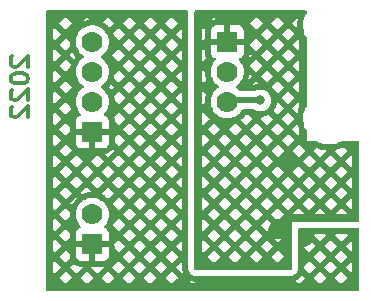
<source format=gbr>
%TF.GenerationSoftware,KiCad,Pcbnew,7.0.10-7.0.10~ubuntu20.04.1*%
%TF.CreationDate,2024-01-20T13:36:00-08:00*%
%TF.ProjectId,beambreak,6265616d-6272-4656-916b-2e6b69636164,rev?*%
%TF.SameCoordinates,Original*%
%TF.FileFunction,Copper,L2,Bot*%
%TF.FilePolarity,Positive*%
%FSLAX46Y46*%
G04 Gerber Fmt 4.6, Leading zero omitted, Abs format (unit mm)*
G04 Created by KiCad (PCBNEW 7.0.10-7.0.10~ubuntu20.04.1) date 2024-01-20 13:36:00*
%MOMM*%
%LPD*%
G01*
G04 APERTURE LIST*
%ADD10C,0.300000*%
%TA.AperFunction,NonConductor*%
%ADD11C,0.300000*%
%TD*%
%TA.AperFunction,ComponentPad*%
%ADD12R,1.778000X1.778000*%
%TD*%
%TA.AperFunction,ComponentPad*%
%ADD13C,1.778000*%
%TD*%
%TA.AperFunction,ViaPad*%
%ADD14C,0.800000*%
%TD*%
%TA.AperFunction,Conductor*%
%ADD15C,0.508000*%
%TD*%
G04 APERTURE END LIST*
D10*
D11*
X112859185Y-86963572D02*
X112787757Y-87035000D01*
X112787757Y-87035000D02*
X112716328Y-87177858D01*
X112716328Y-87177858D02*
X112716328Y-87535000D01*
X112716328Y-87535000D02*
X112787757Y-87677858D01*
X112787757Y-87677858D02*
X112859185Y-87749286D01*
X112859185Y-87749286D02*
X113002042Y-87820715D01*
X113002042Y-87820715D02*
X113144900Y-87820715D01*
X113144900Y-87820715D02*
X113359185Y-87749286D01*
X113359185Y-87749286D02*
X114216328Y-86892143D01*
X114216328Y-86892143D02*
X114216328Y-87820715D01*
X112716328Y-88749286D02*
X112716328Y-88892143D01*
X112716328Y-88892143D02*
X112787757Y-89035000D01*
X112787757Y-89035000D02*
X112859185Y-89106429D01*
X112859185Y-89106429D02*
X113002042Y-89177857D01*
X113002042Y-89177857D02*
X113287757Y-89249286D01*
X113287757Y-89249286D02*
X113644900Y-89249286D01*
X113644900Y-89249286D02*
X113930614Y-89177857D01*
X113930614Y-89177857D02*
X114073471Y-89106429D01*
X114073471Y-89106429D02*
X114144900Y-89035000D01*
X114144900Y-89035000D02*
X114216328Y-88892143D01*
X114216328Y-88892143D02*
X114216328Y-88749286D01*
X114216328Y-88749286D02*
X114144900Y-88606429D01*
X114144900Y-88606429D02*
X114073471Y-88535000D01*
X114073471Y-88535000D02*
X113930614Y-88463571D01*
X113930614Y-88463571D02*
X113644900Y-88392143D01*
X113644900Y-88392143D02*
X113287757Y-88392143D01*
X113287757Y-88392143D02*
X113002042Y-88463571D01*
X113002042Y-88463571D02*
X112859185Y-88535000D01*
X112859185Y-88535000D02*
X112787757Y-88606429D01*
X112787757Y-88606429D02*
X112716328Y-88749286D01*
X112859185Y-89820714D02*
X112787757Y-89892142D01*
X112787757Y-89892142D02*
X112716328Y-90035000D01*
X112716328Y-90035000D02*
X112716328Y-90392142D01*
X112716328Y-90392142D02*
X112787757Y-90535000D01*
X112787757Y-90535000D02*
X112859185Y-90606428D01*
X112859185Y-90606428D02*
X113002042Y-90677857D01*
X113002042Y-90677857D02*
X113144900Y-90677857D01*
X113144900Y-90677857D02*
X113359185Y-90606428D01*
X113359185Y-90606428D02*
X114216328Y-89749285D01*
X114216328Y-89749285D02*
X114216328Y-90677857D01*
X112859185Y-91249285D02*
X112787757Y-91320713D01*
X112787757Y-91320713D02*
X112716328Y-91463571D01*
X112716328Y-91463571D02*
X112716328Y-91820713D01*
X112716328Y-91820713D02*
X112787757Y-91963571D01*
X112787757Y-91963571D02*
X112859185Y-92034999D01*
X112859185Y-92034999D02*
X113002042Y-92106428D01*
X113002042Y-92106428D02*
X113144900Y-92106428D01*
X113144900Y-92106428D02*
X113359185Y-92034999D01*
X113359185Y-92034999D02*
X114216328Y-91177856D01*
X114216328Y-91177856D02*
X114216328Y-92106428D01*
D12*
%TO.P,J3,1,Pin_1*%
%TO.N,GNDS*%
X131064000Y-85725000D03*
D13*
%TO.P,J3,2,Pin_2*%
%TO.N,/5V0*%
X131064000Y-88265000D03*
%TO.P,J3,3,Pin_3*%
%TO.N,/~{ON}*%
X131064000Y-90805000D03*
%TD*%
D12*
%TO.P,J2,1,Pin_1*%
%TO.N,GND*%
X119634000Y-93345000D03*
D13*
%TO.P,J2,2,Pin_2*%
%TO.N,/12V*%
X119634000Y-90805000D03*
%TO.P,J2,3,Pin_3*%
%TO.N,/IN*%
X119634000Y-88265000D03*
%TO.P,J2,4,Pin_4*%
%TO.N,unconnected-(J2-Pad4)*%
X119634000Y-85725000D03*
%TD*%
D12*
%TO.P,J1,1,Pin_1*%
%TO.N,GND*%
X119634000Y-102870000D03*
D13*
%TO.P,J1,2,Pin_2*%
%TO.N,/12V*%
X119634000Y-100330000D03*
%TD*%
D14*
%TO.N,GNDS*%
X136144000Y-95885000D03*
X135382000Y-101600000D03*
%TO.N,GND*%
X137541000Y-102235000D03*
%TO.N,/~{ON}*%
X133858000Y-90678000D03*
%TD*%
D15*
%TO.N,/~{ON}*%
X131191000Y-90678000D02*
X131064000Y-90805000D01*
X133858000Y-90678000D02*
X131191000Y-90678000D01*
%TD*%
%TA.AperFunction,Conductor*%
%TO.N,GNDS*%
G36*
X137730108Y-83078002D02*
G01*
X137776601Y-83131658D01*
X137786705Y-83201932D01*
X137772353Y-83244355D01*
X137771837Y-83245150D01*
X137645993Y-83510177D01*
X137556306Y-83789520D01*
X137504351Y-84078270D01*
X137500519Y-84162663D01*
X137491895Y-84352575D01*
X137491042Y-84371355D01*
X137491405Y-84375503D01*
X137491405Y-84375507D01*
X137504311Y-84523014D01*
X137516613Y-84663625D01*
X137517523Y-84667697D01*
X137517524Y-84667702D01*
X137545158Y-84791328D01*
X137580613Y-84949947D01*
X137681919Y-85225288D01*
X137683866Y-85228981D01*
X137683867Y-85228983D01*
X137780457Y-85412182D01*
X137795000Y-85470947D01*
X137795000Y-91052159D01*
X137775591Y-91117680D01*
X137776153Y-91117994D01*
X137774760Y-91120486D01*
X137774672Y-91120784D01*
X137771837Y-91125150D01*
X137770049Y-91128916D01*
X137770046Y-91128921D01*
X137727133Y-91219297D01*
X137645993Y-91390177D01*
X137644714Y-91394160D01*
X137644713Y-91394163D01*
X137623414Y-91460502D01*
X137556306Y-91669520D01*
X137504351Y-91958270D01*
X137499174Y-92072272D01*
X137493109Y-92205846D01*
X137491042Y-92251355D01*
X137491405Y-92255503D01*
X137491405Y-92255507D01*
X137507708Y-92441849D01*
X137516613Y-92543625D01*
X137580613Y-92829947D01*
X137681919Y-93105288D01*
X137683866Y-93108981D01*
X137683867Y-93108983D01*
X137780457Y-93292182D01*
X137795000Y-93350947D01*
X137795000Y-94107000D01*
X138544521Y-94107000D01*
X138610918Y-94125914D01*
X138664851Y-94159354D01*
X138668668Y-94161070D01*
X138668671Y-94161071D01*
X138712255Y-94180658D01*
X138932456Y-94279620D01*
X139020406Y-94305839D01*
X139209618Y-94362247D01*
X139209626Y-94362249D01*
X139213615Y-94363438D01*
X139217731Y-94364090D01*
X139217736Y-94364091D01*
X139499922Y-94408784D01*
X139499927Y-94408784D01*
X139503390Y-94409333D01*
X139552486Y-94411563D01*
X139593732Y-94413436D01*
X139593751Y-94413436D01*
X139595151Y-94413500D01*
X139778420Y-94413500D01*
X139996742Y-94398999D01*
X140284341Y-94341009D01*
X140561744Y-94245492D01*
X140565486Y-94243618D01*
X140565491Y-94243616D01*
X140811672Y-94120337D01*
X140868090Y-94107000D01*
X142114000Y-94107000D01*
X142182121Y-94127002D01*
X142228614Y-94180658D01*
X142240000Y-94233000D01*
X142240000Y-100839000D01*
X142219998Y-100907121D01*
X142166342Y-100953614D01*
X142114000Y-100965000D01*
X136525000Y-100965000D01*
X136525000Y-104903000D01*
X136504998Y-104971121D01*
X136451342Y-105017614D01*
X136399000Y-105029000D01*
X128396000Y-105029000D01*
X128327879Y-105008998D01*
X128281386Y-104955342D01*
X128270000Y-104903000D01*
X128270000Y-103921781D01*
X129389024Y-103921781D01*
X129862243Y-104395000D01*
X129996266Y-104395000D01*
X130469484Y-103921782D01*
X131185075Y-103921782D01*
X131658293Y-104395000D01*
X131792316Y-104395000D01*
X132265534Y-103921782D01*
X132981126Y-103921782D01*
X133454344Y-104395000D01*
X133588367Y-104395000D01*
X134061586Y-103921781D01*
X134777178Y-103921781D01*
X135250397Y-104395000D01*
X135384420Y-104395000D01*
X135857638Y-103921782D01*
X135317407Y-103381552D01*
X134777178Y-103921781D01*
X134061586Y-103921781D01*
X133521357Y-103381552D01*
X132981126Y-103921782D01*
X132265534Y-103921782D01*
X132265535Y-103921781D01*
X131725306Y-103381552D01*
X131185075Y-103921782D01*
X130469484Y-103921782D01*
X129929253Y-103381552D01*
X129389024Y-103921781D01*
X128270000Y-103921781D01*
X128270000Y-103436757D01*
X128904000Y-103436757D01*
X129031229Y-103563986D01*
X129571458Y-103023757D01*
X130287050Y-103023757D01*
X130827279Y-103563986D01*
X131367509Y-103023757D01*
X132083101Y-103023757D01*
X132623330Y-103563986D01*
X133163560Y-103023757D01*
X133879152Y-103023757D01*
X134419381Y-103563986D01*
X134959612Y-103023756D01*
X134419382Y-102483526D01*
X133879152Y-103023757D01*
X133163560Y-103023757D01*
X133163561Y-103023756D01*
X132623331Y-102483526D01*
X132083101Y-103023757D01*
X131367509Y-103023757D01*
X131367510Y-103023756D01*
X130827280Y-102483526D01*
X130287050Y-103023757D01*
X129571458Y-103023757D01*
X129031228Y-102483526D01*
X128904000Y-102610754D01*
X128904000Y-103436757D01*
X128270000Y-103436757D01*
X128270000Y-102125731D01*
X129389024Y-102125731D01*
X129929253Y-102665960D01*
X130469484Y-102125730D01*
X131185075Y-102125730D01*
X131725306Y-102665960D01*
X132265535Y-102125731D01*
X132265534Y-102125730D01*
X132981126Y-102125730D01*
X133521357Y-102665960D01*
X133853905Y-102333412D01*
X134984859Y-102333412D01*
X135317407Y-102665960D01*
X135571032Y-102412336D01*
X135484680Y-102432113D01*
X135454571Y-102435277D01*
X135283229Y-102432585D01*
X135253235Y-102428477D01*
X135087481Y-102384993D01*
X135059332Y-102373848D01*
X134984859Y-102333412D01*
X133853905Y-102333412D01*
X134061586Y-102125731D01*
X133521356Y-101585500D01*
X132981126Y-102125730D01*
X132265534Y-102125730D01*
X131725305Y-101585500D01*
X131185075Y-102125730D01*
X130469484Y-102125730D01*
X129929254Y-101585500D01*
X129389024Y-102125731D01*
X128270000Y-102125731D01*
X128270000Y-101640707D01*
X128904000Y-101640707D01*
X129031228Y-101767935D01*
X129571458Y-101227704D01*
X130287050Y-101227704D01*
X130827280Y-101767935D01*
X131367510Y-101227705D01*
X131367509Y-101227704D01*
X132083101Y-101227704D01*
X132623331Y-101767935D01*
X133163561Y-101227705D01*
X133163560Y-101227704D01*
X133879152Y-101227704D01*
X134419382Y-101767935D01*
X134547314Y-101640003D01*
X134543600Y-101606359D01*
X134543917Y-101576086D01*
X134566284Y-101406188D01*
X134573813Y-101376864D01*
X134636061Y-101217207D01*
X134650367Y-101190526D01*
X134748902Y-101050325D01*
X134764694Y-101032787D01*
X134419381Y-100687475D01*
X133879152Y-101227704D01*
X133163560Y-101227704D01*
X132623330Y-100687475D01*
X132083101Y-101227704D01*
X131367509Y-101227704D01*
X130827279Y-100687475D01*
X130287050Y-101227704D01*
X129571458Y-101227704D01*
X129031229Y-100687475D01*
X128904000Y-100814704D01*
X128904000Y-101640707D01*
X128270000Y-101640707D01*
X128270000Y-100329680D01*
X129389024Y-100329680D01*
X129929253Y-100869909D01*
X130469484Y-100329679D01*
X131185075Y-100329679D01*
X131725306Y-100869909D01*
X132265535Y-100329680D01*
X132265534Y-100329679D01*
X132981126Y-100329679D01*
X133521357Y-100869909D01*
X134061586Y-100329680D01*
X134777178Y-100329680D01*
X135226981Y-100779483D01*
X135270614Y-100769008D01*
X135300687Y-100765529D01*
X135421157Y-100766160D01*
X135857637Y-100329680D01*
X136573229Y-100329680D01*
X136574549Y-100331000D01*
X137652368Y-100331000D01*
X137653689Y-100329679D01*
X138369280Y-100329679D01*
X138370601Y-100331000D01*
X139448420Y-100331000D01*
X139449740Y-100329680D01*
X139449739Y-100329679D01*
X140165331Y-100329679D01*
X140166652Y-100331000D01*
X141244471Y-100331000D01*
X141245791Y-100329680D01*
X140705561Y-99789449D01*
X140165331Y-100329679D01*
X139449739Y-100329679D01*
X138909510Y-99789449D01*
X138369280Y-100329679D01*
X137653689Y-100329679D01*
X137113459Y-99789449D01*
X136573229Y-100329680D01*
X135857637Y-100329680D01*
X135857638Y-100329679D01*
X135317408Y-99789449D01*
X134777178Y-100329680D01*
X134061586Y-100329680D01*
X133521356Y-99789449D01*
X132981126Y-100329679D01*
X132265534Y-100329679D01*
X131725305Y-99789449D01*
X131185075Y-100329679D01*
X130469484Y-100329679D01*
X129929254Y-99789449D01*
X129389024Y-100329680D01*
X128270000Y-100329680D01*
X128270000Y-99844656D01*
X128904000Y-99844656D01*
X129031228Y-99971884D01*
X129571458Y-99431653D01*
X130287050Y-99431653D01*
X130827280Y-99971884D01*
X131367510Y-99431654D01*
X131367509Y-99431653D01*
X132083101Y-99431653D01*
X132623331Y-99971884D01*
X133163561Y-99431654D01*
X133163560Y-99431653D01*
X133879152Y-99431653D01*
X134419382Y-99971884D01*
X134959612Y-99431654D01*
X135675203Y-99431654D01*
X136215433Y-99971884D01*
X136755662Y-99431654D01*
X137471254Y-99431654D01*
X138011484Y-99971884D01*
X138551714Y-99431653D01*
X139267306Y-99431653D01*
X139807536Y-99971884D01*
X140347766Y-99431654D01*
X140347765Y-99431653D01*
X141063357Y-99431653D01*
X141603587Y-99971884D01*
X141606000Y-99969471D01*
X141606000Y-98893836D01*
X141603587Y-98891423D01*
X141063357Y-99431653D01*
X140347765Y-99431653D01*
X139807535Y-98891424D01*
X139267306Y-99431653D01*
X138551714Y-99431653D01*
X138011485Y-98891424D01*
X137471254Y-99431654D01*
X136755662Y-99431654D01*
X136755663Y-99431653D01*
X136215434Y-98891424D01*
X135675203Y-99431654D01*
X134959612Y-99431654D01*
X134419381Y-98891424D01*
X133879152Y-99431653D01*
X133163560Y-99431653D01*
X132623330Y-98891424D01*
X132083101Y-99431653D01*
X131367509Y-99431653D01*
X130827279Y-98891424D01*
X130287050Y-99431653D01*
X129571458Y-99431653D01*
X129031229Y-98891424D01*
X128904000Y-99018653D01*
X128904000Y-99844656D01*
X128270000Y-99844656D01*
X128270000Y-98533627D01*
X129389024Y-98533627D01*
X129929254Y-99073858D01*
X130469484Y-98533628D01*
X131185075Y-98533628D01*
X131725305Y-99073858D01*
X132265534Y-98533628D01*
X132981126Y-98533628D01*
X133521356Y-99073858D01*
X134061586Y-98533627D01*
X134777178Y-98533627D01*
X135317408Y-99073858D01*
X135857638Y-98533628D01*
X135857637Y-98533627D01*
X136573229Y-98533627D01*
X137113459Y-99073858D01*
X137653689Y-98533628D01*
X138369280Y-98533628D01*
X138909510Y-99073858D01*
X139449739Y-98533628D01*
X140165331Y-98533628D01*
X140705561Y-99073858D01*
X141245791Y-98533627D01*
X140705562Y-97993398D01*
X140165331Y-98533628D01*
X139449739Y-98533628D01*
X139449740Y-98533627D01*
X138909511Y-97993398D01*
X138369280Y-98533628D01*
X137653689Y-98533628D01*
X137113458Y-97993398D01*
X136573229Y-98533627D01*
X135857637Y-98533627D01*
X135317407Y-97993398D01*
X134777178Y-98533627D01*
X134061586Y-98533627D01*
X133521357Y-97993398D01*
X132981126Y-98533628D01*
X132265534Y-98533628D01*
X132265535Y-98533627D01*
X131725306Y-97993398D01*
X131185075Y-98533628D01*
X130469484Y-98533628D01*
X129929253Y-97993398D01*
X129389024Y-98533627D01*
X128270000Y-98533627D01*
X128270000Y-98048603D01*
X128904000Y-98048603D01*
X129031229Y-98175832D01*
X129571458Y-97635603D01*
X130287050Y-97635603D01*
X130827279Y-98175832D01*
X131367509Y-97635603D01*
X132083101Y-97635603D01*
X132623330Y-98175832D01*
X133163560Y-97635603D01*
X133879152Y-97635603D01*
X134419381Y-98175832D01*
X134959612Y-97635602D01*
X135675203Y-97635602D01*
X136215434Y-98175832D01*
X136755663Y-97635603D01*
X136755662Y-97635602D01*
X137471254Y-97635602D01*
X138011485Y-98175832D01*
X138551714Y-97635603D01*
X139267306Y-97635603D01*
X139807535Y-98175832D01*
X140347765Y-97635603D01*
X141063357Y-97635603D01*
X141603587Y-98175833D01*
X141606000Y-98173420D01*
X141606000Y-97097785D01*
X141603587Y-97095372D01*
X141063357Y-97635603D01*
X140347765Y-97635603D01*
X140347766Y-97635602D01*
X139807536Y-97095372D01*
X139267306Y-97635603D01*
X138551714Y-97635603D01*
X138011484Y-97095372D01*
X137471254Y-97635602D01*
X136755662Y-97635602D01*
X136215433Y-97095372D01*
X135675203Y-97635602D01*
X134959612Y-97635602D01*
X134419382Y-97095372D01*
X133879152Y-97635603D01*
X133163560Y-97635603D01*
X133163561Y-97635602D01*
X132623331Y-97095372D01*
X132083101Y-97635603D01*
X131367509Y-97635603D01*
X131367510Y-97635602D01*
X130827280Y-97095372D01*
X130287050Y-97635603D01*
X129571458Y-97635603D01*
X129031228Y-97095372D01*
X128904000Y-97222600D01*
X128904000Y-98048603D01*
X128270000Y-98048603D01*
X128270000Y-96737576D01*
X129389024Y-96737576D01*
X129929254Y-97277807D01*
X130469484Y-96737577D01*
X131185075Y-96737577D01*
X131725305Y-97277807D01*
X132265534Y-96737577D01*
X132981126Y-96737577D01*
X133521356Y-97277807D01*
X134061586Y-96737576D01*
X134777178Y-96737576D01*
X135317408Y-97277807D01*
X135857638Y-96737577D01*
X135857637Y-96737576D01*
X136573229Y-96737576D01*
X137113459Y-97277807D01*
X137653689Y-96737577D01*
X138369280Y-96737577D01*
X138909510Y-97277807D01*
X139449739Y-96737577D01*
X140165331Y-96737577D01*
X140705561Y-97277807D01*
X141245791Y-96737576D01*
X140705562Y-96197347D01*
X140165331Y-96737577D01*
X139449739Y-96737577D01*
X139449740Y-96737576D01*
X138909511Y-96197347D01*
X138369280Y-96737577D01*
X137653689Y-96737577D01*
X137113458Y-96197347D01*
X136573229Y-96737576D01*
X135857637Y-96737576D01*
X135728513Y-96608452D01*
X135670734Y-96577080D01*
X135646058Y-96559543D01*
X135519312Y-96444214D01*
X135499529Y-96421296D01*
X135413843Y-96293781D01*
X135317408Y-96197346D01*
X134777178Y-96737576D01*
X134061586Y-96737576D01*
X133521357Y-96197347D01*
X132981126Y-96737577D01*
X132265534Y-96737577D01*
X132265535Y-96737576D01*
X131725306Y-96197347D01*
X131185075Y-96737577D01*
X130469484Y-96737577D01*
X129929253Y-96197347D01*
X129389024Y-96737576D01*
X128270000Y-96737576D01*
X128270000Y-96252552D01*
X128904000Y-96252552D01*
X129031229Y-96379781D01*
X129571458Y-95839552D01*
X130287050Y-95839552D01*
X130827279Y-96379781D01*
X131367509Y-95839552D01*
X132083101Y-95839552D01*
X132623330Y-96379781D01*
X133163560Y-95839552D01*
X133879152Y-95839552D01*
X134419381Y-96379781D01*
X134959612Y-95839551D01*
X137471254Y-95839551D01*
X138011485Y-96379781D01*
X138551714Y-95839552D01*
X139267306Y-95839552D01*
X139807535Y-96379781D01*
X140347765Y-95839552D01*
X141063357Y-95839552D01*
X141603587Y-96379782D01*
X141606000Y-96377369D01*
X141606000Y-95301734D01*
X141603587Y-95299321D01*
X141063357Y-95839552D01*
X140347765Y-95839552D01*
X140347766Y-95839551D01*
X139807536Y-95299321D01*
X139267306Y-95839552D01*
X138551714Y-95839552D01*
X138011484Y-95299321D01*
X137471254Y-95839551D01*
X134959612Y-95839551D01*
X134419382Y-95299321D01*
X133879152Y-95839552D01*
X133163560Y-95839552D01*
X133163561Y-95839551D01*
X132623331Y-95299321D01*
X132083101Y-95839552D01*
X131367509Y-95839552D01*
X131367510Y-95839551D01*
X130827280Y-95299321D01*
X130287050Y-95839552D01*
X129571458Y-95839552D01*
X129031228Y-95299321D01*
X128904000Y-95426549D01*
X128904000Y-96252552D01*
X128270000Y-96252552D01*
X128270000Y-94941525D01*
X129389024Y-94941525D01*
X129929254Y-95481756D01*
X130469484Y-94941526D01*
X131185075Y-94941526D01*
X131725305Y-95481756D01*
X132265534Y-94941526D01*
X132981126Y-94941526D01*
X133521356Y-95481756D01*
X134061586Y-94941525D01*
X134777178Y-94941525D01*
X135317408Y-95481756D01*
X135857638Y-94941526D01*
X135857637Y-94941525D01*
X136573229Y-94941525D01*
X137113459Y-95481756D01*
X137653689Y-94941526D01*
X138369280Y-94941526D01*
X138909510Y-95481756D01*
X139449739Y-94941526D01*
X140165331Y-94941526D01*
X140705561Y-95481756D01*
X141245791Y-94941525D01*
X141045266Y-94741000D01*
X140676887Y-94741000D01*
X140449077Y-94819441D01*
X140445106Y-94820736D01*
X140429013Y-94825687D01*
X140425002Y-94826848D01*
X140408886Y-94831227D01*
X140404834Y-94832256D01*
X140388438Y-94836132D01*
X140384355Y-94837026D01*
X140240908Y-94865950D01*
X140165331Y-94941526D01*
X139449739Y-94941526D01*
X139449740Y-94941525D01*
X139416017Y-94907802D01*
X139134461Y-94863209D01*
X139130346Y-94862487D01*
X139113811Y-94859303D01*
X139109723Y-94858445D01*
X139093436Y-94854745D01*
X139089379Y-94853753D01*
X139073082Y-94849478D01*
X139069055Y-94848350D01*
X138787896Y-94764532D01*
X138783907Y-94763270D01*
X138767926Y-94757922D01*
X138763987Y-94756531D01*
X138748334Y-94750709D01*
X138744447Y-94749189D01*
X138728874Y-94742802D01*
X138725036Y-94741153D01*
X138724696Y-94741000D01*
X138569806Y-94741000D01*
X138369280Y-94941526D01*
X137653689Y-94941526D01*
X137113458Y-94401296D01*
X136573229Y-94941525D01*
X135857637Y-94941525D01*
X135317407Y-94401296D01*
X134777178Y-94941525D01*
X134061586Y-94941525D01*
X133521357Y-94401296D01*
X132981126Y-94941526D01*
X132265534Y-94941526D01*
X132265535Y-94941525D01*
X131725306Y-94401296D01*
X131185075Y-94941526D01*
X130469484Y-94941526D01*
X129929253Y-94401296D01*
X129389024Y-94941525D01*
X128270000Y-94941525D01*
X128270000Y-94456502D01*
X128904000Y-94456502D01*
X129031228Y-94583730D01*
X129571458Y-94043499D01*
X130287050Y-94043499D01*
X130827280Y-94583730D01*
X131367510Y-94043500D01*
X131367509Y-94043499D01*
X132083101Y-94043499D01*
X132623331Y-94583730D01*
X133163561Y-94043500D01*
X133163560Y-94043499D01*
X133879152Y-94043499D01*
X134419382Y-94583730D01*
X134959612Y-94043500D01*
X135675203Y-94043500D01*
X136215433Y-94583730D01*
X136755663Y-94043499D01*
X136215434Y-93503270D01*
X135675203Y-94043500D01*
X134959612Y-94043500D01*
X134419381Y-93503270D01*
X133879152Y-94043499D01*
X133163560Y-94043499D01*
X132623330Y-93503270D01*
X132083101Y-94043499D01*
X131367509Y-94043499D01*
X130827279Y-93503270D01*
X130287050Y-94043499D01*
X129571458Y-94043499D01*
X129031229Y-93503270D01*
X128904000Y-93630499D01*
X128904000Y-94456502D01*
X128270000Y-94456502D01*
X128270000Y-93145475D01*
X129389024Y-93145475D01*
X129929253Y-93685704D01*
X130469484Y-93145474D01*
X131185075Y-93145474D01*
X131725306Y-93685704D01*
X132265535Y-93145475D01*
X132265534Y-93145474D01*
X132981126Y-93145474D01*
X133521357Y-93685704D01*
X134061586Y-93145475D01*
X134777178Y-93145475D01*
X135317407Y-93685704D01*
X135857637Y-93145475D01*
X136573229Y-93145475D01*
X137113459Y-93685705D01*
X137161000Y-93638164D01*
X137161000Y-93154872D01*
X137105736Y-93004669D01*
X137104359Y-93000727D01*
X137099072Y-92984742D01*
X137097826Y-92980754D01*
X137093110Y-92964732D01*
X137091997Y-92960703D01*
X137087778Y-92944390D01*
X137086798Y-92940327D01*
X137030453Y-92688251D01*
X136573229Y-93145475D01*
X135857637Y-93145475D01*
X135857638Y-93145474D01*
X135317408Y-92605244D01*
X134777178Y-93145475D01*
X134061586Y-93145475D01*
X133521356Y-92605244D01*
X132981126Y-93145474D01*
X132265534Y-93145474D01*
X131725305Y-92605244D01*
X131185075Y-93145474D01*
X130469484Y-93145474D01*
X129929254Y-92605244D01*
X129389024Y-93145475D01*
X128270000Y-93145475D01*
X128270000Y-92660451D01*
X128904000Y-92660451D01*
X129031228Y-92787679D01*
X129472906Y-92346000D01*
X132181652Y-92346000D01*
X132623331Y-92787679D01*
X133163561Y-92247449D01*
X133163560Y-92247448D01*
X133879152Y-92247448D01*
X134419382Y-92787679D01*
X134959612Y-92247449D01*
X135675203Y-92247449D01*
X136215433Y-92787679D01*
X136755663Y-92247448D01*
X136215434Y-91707219D01*
X135675203Y-92247449D01*
X134959612Y-92247449D01*
X134599244Y-91887081D01*
X134584442Y-91896694D01*
X134578819Y-91900140D01*
X134556007Y-91913311D01*
X134550211Y-91916458D01*
X134526518Y-91928531D01*
X134520561Y-91931373D01*
X134346097Y-92009049D01*
X134340000Y-92011574D01*
X134315180Y-92021101D01*
X134308965Y-92023302D01*
X134283913Y-92031442D01*
X134277586Y-92033316D01*
X134251905Y-92040197D01*
X134245492Y-92041737D01*
X134058691Y-92081443D01*
X134052206Y-92082645D01*
X134042402Y-92084198D01*
X133879152Y-92247448D01*
X133163560Y-92247448D01*
X132862612Y-91946500D01*
X132587812Y-91946500D01*
X132542813Y-92009123D01*
X132539713Y-92013255D01*
X132526875Y-92029658D01*
X132523606Y-92033663D01*
X132510223Y-92049388D01*
X132506792Y-92053256D01*
X132492652Y-92068552D01*
X132489069Y-92072272D01*
X132326290Y-92234484D01*
X132322558Y-92238053D01*
X132307217Y-92252136D01*
X132303338Y-92255553D01*
X132287567Y-92268881D01*
X132283549Y-92272138D01*
X132267097Y-92284922D01*
X132262955Y-92288007D01*
X132181652Y-92346000D01*
X129472906Y-92346000D01*
X129571458Y-92247448D01*
X129031229Y-91707219D01*
X128904000Y-91834448D01*
X128904000Y-92660451D01*
X128270000Y-92660451D01*
X128270000Y-90864398D01*
X128904000Y-90864398D01*
X129031229Y-90991627D01*
X129160567Y-90862289D01*
X129156968Y-90799866D01*
X129156776Y-90794701D01*
X129156431Y-90773880D01*
X129156444Y-90770739D01*
X129662129Y-90770739D01*
X129662426Y-90775892D01*
X129662426Y-90775895D01*
X129663808Y-90799866D01*
X129675357Y-91000161D01*
X129676492Y-91005198D01*
X129676493Y-91005204D01*
X129702473Y-91120486D01*
X129725878Y-91224342D01*
X129812336Y-91437261D01*
X129815033Y-91441662D01*
X129815034Y-91441664D01*
X129877813Y-91544109D01*
X129932408Y-91633200D01*
X130082869Y-91806898D01*
X130259679Y-91953689D01*
X130458090Y-92069631D01*
X130462910Y-92071471D01*
X130462915Y-92071474D01*
X130569296Y-92112096D01*
X130672774Y-92151610D01*
X130677842Y-92152641D01*
X130677845Y-92152642D01*
X130788534Y-92175162D01*
X130897963Y-92197426D01*
X130903136Y-92197616D01*
X130903139Y-92197616D01*
X131122448Y-92205657D01*
X131122452Y-92205657D01*
X131127612Y-92205846D01*
X131132732Y-92205190D01*
X131132734Y-92205190D01*
X131350425Y-92177304D01*
X131350428Y-92177303D01*
X131355552Y-92176647D01*
X131415556Y-92158645D01*
X131570710Y-92112096D01*
X131575663Y-92110610D01*
X131782033Y-92009511D01*
X131969119Y-91876064D01*
X132010881Y-91834448D01*
X132128237Y-91717500D01*
X132131898Y-91713852D01*
X132223410Y-91586500D01*
X132262979Y-91531433D01*
X132265997Y-91527233D01*
X132274181Y-91510674D01*
X132322292Y-91458467D01*
X132387138Y-91440500D01*
X133320919Y-91440500D01*
X133389040Y-91460502D01*
X133394980Y-91464564D01*
X133401248Y-91469118D01*
X133407276Y-91471802D01*
X133407278Y-91471803D01*
X133569681Y-91544109D01*
X133575712Y-91546794D01*
X133669113Y-91566647D01*
X133756056Y-91585128D01*
X133756061Y-91585128D01*
X133762513Y-91586500D01*
X133953487Y-91586500D01*
X133959939Y-91585128D01*
X133959944Y-91585128D01*
X134046887Y-91566647D01*
X134129453Y-91549097D01*
X134976851Y-91549097D01*
X135317407Y-91889653D01*
X135857637Y-91349424D01*
X136573229Y-91349424D01*
X137019480Y-91795675D01*
X137058302Y-91579914D01*
X137059111Y-91575811D01*
X137062644Y-91559334D01*
X137063588Y-91555263D01*
X137067629Y-91539058D01*
X137068706Y-91535023D01*
X137073318Y-91518834D01*
X137074529Y-91514838D01*
X137161000Y-91245512D01*
X137161000Y-90856734D01*
X137113459Y-90809193D01*
X136573229Y-91349424D01*
X135857637Y-91349424D01*
X135857638Y-91349423D01*
X135317408Y-90809193D01*
X135260524Y-90866077D01*
X135254771Y-90920818D01*
X135253909Y-90927361D01*
X135249749Y-90953623D01*
X135248547Y-90960108D01*
X135243070Y-90985874D01*
X135241530Y-90992289D01*
X135234649Y-91017968D01*
X135232776Y-91024291D01*
X135173761Y-91205919D01*
X135171558Y-91212139D01*
X135162030Y-91236959D01*
X135159507Y-91243052D01*
X135148793Y-91267116D01*
X135145953Y-91273069D01*
X135133883Y-91296758D01*
X135130735Y-91302556D01*
X135035248Y-91467944D01*
X135031803Y-91473566D01*
X135017322Y-91495866D01*
X135013583Y-91501306D01*
X134998100Y-91522616D01*
X134994084Y-91527850D01*
X134977354Y-91548509D01*
X134976851Y-91549097D01*
X134129453Y-91549097D01*
X134140288Y-91546794D01*
X134146319Y-91544109D01*
X134308722Y-91471803D01*
X134308724Y-91471802D01*
X134314752Y-91469118D01*
X134469253Y-91356866D01*
X134518154Y-91302556D01*
X134592621Y-91219852D01*
X134592622Y-91219851D01*
X134597040Y-91214944D01*
X134692527Y-91049556D01*
X134751542Y-90867928D01*
X134759239Y-90794701D01*
X134770814Y-90684565D01*
X134771504Y-90678000D01*
X134751542Y-90488072D01*
X134739625Y-90451397D01*
X135675203Y-90451397D01*
X136215434Y-90991627D01*
X136755663Y-90451398D01*
X136215433Y-89911167D01*
X135675203Y-90451397D01*
X134739625Y-90451397D01*
X134692527Y-90306444D01*
X134597040Y-90141056D01*
X134575421Y-90117045D01*
X134473675Y-90004045D01*
X134473674Y-90004044D01*
X134469253Y-89999134D01*
X134324637Y-89894064D01*
X134320094Y-89890763D01*
X134320093Y-89890762D01*
X134314752Y-89886882D01*
X134308724Y-89884198D01*
X134308722Y-89884197D01*
X134146319Y-89811891D01*
X134146318Y-89811891D01*
X134140288Y-89809206D01*
X134018171Y-89783249D01*
X133959944Y-89770872D01*
X133959939Y-89770872D01*
X133953487Y-89769500D01*
X133762513Y-89769500D01*
X133756061Y-89770872D01*
X133756056Y-89770872D01*
X133697829Y-89783249D01*
X133575712Y-89809206D01*
X133569682Y-89811891D01*
X133569681Y-89811891D01*
X133407278Y-89884197D01*
X133407276Y-89884198D01*
X133401248Y-89886882D01*
X133395907Y-89890762D01*
X133395906Y-89890763D01*
X133394980Y-89891436D01*
X133394354Y-89891660D01*
X133390189Y-89894064D01*
X133389749Y-89893302D01*
X133328113Y-89915294D01*
X133320919Y-89915500D01*
X132199878Y-89915500D01*
X132131757Y-89895498D01*
X132106684Y-89874300D01*
X132023834Y-89783249D01*
X132020359Y-89779430D01*
X131946685Y-89721246D01*
X131844069Y-89640204D01*
X131844064Y-89640201D01*
X131840015Y-89637003D01*
X131839590Y-89636768D01*
X131794796Y-89583452D01*
X131790939Y-89553371D01*
X134777178Y-89553371D01*
X135317408Y-90093602D01*
X135857638Y-89553372D01*
X135857637Y-89553371D01*
X136573229Y-89553371D01*
X137113459Y-90093602D01*
X137161000Y-90046061D01*
X137161000Y-89060682D01*
X137113459Y-89013141D01*
X136573229Y-89553371D01*
X135857637Y-89553371D01*
X135317407Y-89013142D01*
X134777178Y-89553371D01*
X131790939Y-89553371D01*
X131785766Y-89513032D01*
X131816240Y-89448908D01*
X131837026Y-89430285D01*
X131866166Y-89409500D01*
X133124999Y-89409500D01*
X133229415Y-89409500D01*
X133369903Y-89346951D01*
X133376000Y-89344426D01*
X133400820Y-89334899D01*
X133407035Y-89332698D01*
X133432087Y-89324558D01*
X133438414Y-89322684D01*
X133464095Y-89315803D01*
X133470508Y-89314263D01*
X133657309Y-89274557D01*
X133663794Y-89273355D01*
X133690058Y-89269195D01*
X133696601Y-89268334D01*
X133722798Y-89265581D01*
X133729374Y-89265064D01*
X133755920Y-89263673D01*
X133762513Y-89263500D01*
X133771715Y-89263500D01*
X133521357Y-89013142D01*
X133124999Y-89409500D01*
X131866166Y-89409500D01*
X131964916Y-89339062D01*
X131969119Y-89336064D01*
X132131898Y-89173852D01*
X132263352Y-88990914D01*
X132827993Y-88990914D01*
X133163560Y-88655347D01*
X133879152Y-88655347D01*
X134419381Y-89195576D01*
X134959612Y-88655346D01*
X135675203Y-88655346D01*
X136215434Y-89195576D01*
X136755663Y-88655347D01*
X136215433Y-88115116D01*
X135675203Y-88655346D01*
X134959612Y-88655346D01*
X134419382Y-88115116D01*
X133879152Y-88655347D01*
X133163560Y-88655347D01*
X133163561Y-88655346D01*
X132959478Y-88451263D01*
X132936292Y-88627384D01*
X132935513Y-88632492D01*
X132931949Y-88653019D01*
X132930960Y-88658094D01*
X132926596Y-88678277D01*
X132925400Y-88683307D01*
X132920167Y-88703466D01*
X132918767Y-88708436D01*
X132851962Y-88928314D01*
X132850359Y-88933226D01*
X132843492Y-88952890D01*
X132841689Y-88957733D01*
X132834088Y-88976931D01*
X132832089Y-88981691D01*
X132827993Y-88990914D01*
X132263352Y-88990914D01*
X132265997Y-88987233D01*
X132295117Y-88928314D01*
X132365522Y-88785858D01*
X132367816Y-88781217D01*
X132391439Y-88703466D01*
X132433117Y-88566291D01*
X132433118Y-88566285D01*
X132434621Y-88561339D01*
X132464616Y-88333502D01*
X132466290Y-88265000D01*
X132453967Y-88115116D01*
X132447884Y-88041121D01*
X132447883Y-88041115D01*
X132447460Y-88035970D01*
X132391477Y-87813090D01*
X132367228Y-87757321D01*
X132981126Y-87757321D01*
X133521356Y-88297551D01*
X134061586Y-87757320D01*
X134777178Y-87757320D01*
X135317408Y-88297551D01*
X135857638Y-87757321D01*
X135857637Y-87757320D01*
X136573229Y-87757320D01*
X137113459Y-88297551D01*
X137161000Y-88250010D01*
X137161000Y-87264631D01*
X137113459Y-87217090D01*
X136573229Y-87757320D01*
X135857637Y-87757320D01*
X135317407Y-87217091D01*
X134777178Y-87757320D01*
X134061586Y-87757320D01*
X133521357Y-87217091D01*
X132981126Y-87757321D01*
X132367228Y-87757321D01*
X132299843Y-87602347D01*
X132297037Y-87598009D01*
X132177830Y-87413743D01*
X132177828Y-87413740D01*
X132175020Y-87409400D01*
X132166035Y-87399525D01*
X132073855Y-87298221D01*
X132705748Y-87298221D01*
X132713167Y-87309689D01*
X133163561Y-86859295D01*
X133879152Y-86859295D01*
X134419382Y-87399525D01*
X134959612Y-86859295D01*
X135675203Y-86859295D01*
X136215433Y-87399525D01*
X136755663Y-86859295D01*
X136215433Y-86319065D01*
X135675203Y-86859295D01*
X134959612Y-86859295D01*
X134419382Y-86319065D01*
X133879152Y-86859295D01*
X133163561Y-86859295D01*
X132966991Y-86662725D01*
X132966954Y-86665500D01*
X132966582Y-86679236D01*
X132966444Y-86682639D01*
X132965707Y-86696247D01*
X132965476Y-86699649D01*
X132964362Y-86713344D01*
X132964040Y-86716736D01*
X132957292Y-86778854D01*
X132956196Y-86786663D01*
X132950793Y-86817988D01*
X132949209Y-86825717D01*
X132941928Y-86856339D01*
X132939863Y-86863953D01*
X132930589Y-86894358D01*
X132928053Y-86901828D01*
X132876973Y-87038083D01*
X132873531Y-87046357D01*
X132858487Y-87079176D01*
X132854467Y-87087182D01*
X132837311Y-87118517D01*
X132832732Y-87126216D01*
X132813192Y-87156565D01*
X132808077Y-87163921D01*
X132720809Y-87280363D01*
X132715185Y-87287337D01*
X132705748Y-87298221D01*
X132073855Y-87298221D01*
X132072135Y-87296331D01*
X132041083Y-87232485D01*
X132049478Y-87161986D01*
X132094654Y-87107218D01*
X132121099Y-87093549D01*
X132191052Y-87067325D01*
X132206649Y-87058786D01*
X132308724Y-86982285D01*
X132321285Y-86969724D01*
X132397786Y-86867649D01*
X132406324Y-86852054D01*
X132451478Y-86731606D01*
X132455105Y-86716351D01*
X132460631Y-86665486D01*
X132461000Y-86658672D01*
X132461000Y-85997115D01*
X132456525Y-85981876D01*
X132455135Y-85980671D01*
X132447452Y-85979000D01*
X129685116Y-85979000D01*
X129669877Y-85983475D01*
X129668672Y-85984865D01*
X129667001Y-85992548D01*
X129667001Y-86658669D01*
X129667371Y-86665490D01*
X129672895Y-86716352D01*
X129676521Y-86731604D01*
X129721676Y-86852054D01*
X129730214Y-86867649D01*
X129806715Y-86969724D01*
X129819276Y-86982285D01*
X129921351Y-87058786D01*
X129936946Y-87067324D01*
X130007383Y-87093730D01*
X130064147Y-87136372D01*
X130088847Y-87202934D01*
X130073639Y-87272282D01*
X130054252Y-87298757D01*
X129974216Y-87382510D01*
X129844716Y-87572350D01*
X129747961Y-87780792D01*
X129686548Y-88002237D01*
X129662129Y-88230739D01*
X129662426Y-88235892D01*
X129662426Y-88235895D01*
X129663808Y-88259866D01*
X129675357Y-88460161D01*
X129676492Y-88465198D01*
X129676493Y-88465204D01*
X129719344Y-88655347D01*
X129725878Y-88684342D01*
X129812336Y-88897261D01*
X129815033Y-88901662D01*
X129815034Y-88901664D01*
X129849393Y-88957733D01*
X129932408Y-89093200D01*
X130082869Y-89266898D01*
X130259679Y-89413689D01*
X130264143Y-89416297D01*
X130264145Y-89416299D01*
X130281352Y-89426354D01*
X130330075Y-89477994D01*
X130343145Y-89547777D01*
X130316412Y-89613548D01*
X130293433Y-89635901D01*
X130290891Y-89637810D01*
X130132983Y-89756370D01*
X130129411Y-89760108D01*
X129985056Y-89911167D01*
X129974216Y-89922510D01*
X129971302Y-89926782D01*
X129971301Y-89926783D01*
X129883840Y-90054997D01*
X129844716Y-90112350D01*
X129831391Y-90141056D01*
X129751704Y-90312729D01*
X129747961Y-90320792D01*
X129686548Y-90542237D01*
X129662129Y-90770739D01*
X129156444Y-90770739D01*
X129156452Y-90768716D01*
X129156956Y-90748074D01*
X129157188Y-90742913D01*
X129158550Y-90722123D01*
X129158993Y-90716971D01*
X129183412Y-90488469D01*
X129184067Y-90483339D01*
X129187130Y-90462725D01*
X129187995Y-90457629D01*
X129191865Y-90437346D01*
X129192936Y-90432295D01*
X129197673Y-90412020D01*
X129198952Y-90407014D01*
X129260365Y-90185569D01*
X129261847Y-90180620D01*
X129268229Y-90160801D01*
X129269912Y-90155918D01*
X129271544Y-90151483D01*
X129031228Y-89911167D01*
X128904000Y-90038395D01*
X128904000Y-90864398D01*
X128270000Y-90864398D01*
X128270000Y-89068347D01*
X128904000Y-89068347D01*
X129031229Y-89195576D01*
X129284500Y-88942305D01*
X129257054Y-88874713D01*
X129255208Y-88869882D01*
X129248165Y-88850264D01*
X129246518Y-88845363D01*
X129240344Y-88825658D01*
X129238902Y-88820702D01*
X129233497Y-88800600D01*
X129232258Y-88795583D01*
X129181737Y-88571402D01*
X129180704Y-88566336D01*
X129176963Y-88545849D01*
X129176140Y-88540753D01*
X129173266Y-88520306D01*
X129172652Y-88515178D01*
X129170600Y-88494445D01*
X129170196Y-88489288D01*
X129156968Y-88259866D01*
X129156776Y-88254701D01*
X129156539Y-88240427D01*
X129031228Y-88115116D01*
X128904000Y-88242344D01*
X128904000Y-89068347D01*
X128270000Y-89068347D01*
X128270000Y-87272297D01*
X128904000Y-87272297D01*
X129031228Y-87399525D01*
X129298898Y-87131855D01*
X129295268Y-87126216D01*
X129290689Y-87118517D01*
X129273533Y-87087182D01*
X129269513Y-87079176D01*
X129254469Y-87046357D01*
X129251027Y-87038083D01*
X129199947Y-86901828D01*
X129197410Y-86894355D01*
X129188135Y-86863944D01*
X129186071Y-86856331D01*
X129178790Y-86825706D01*
X129177207Y-86817980D01*
X129171804Y-86786657D01*
X129170707Y-86778844D01*
X129163960Y-86716725D01*
X129163637Y-86713332D01*
X129162524Y-86699644D01*
X129162294Y-86696248D01*
X129161557Y-86682643D01*
X129161419Y-86679237D01*
X129161047Y-86665498D01*
X129161001Y-86662088D01*
X129161001Y-86448838D01*
X129031228Y-86319065D01*
X128904000Y-86446293D01*
X128904000Y-87272297D01*
X128270000Y-87272297D01*
X128270000Y-85961269D01*
X132981126Y-85961269D01*
X133521357Y-86501499D01*
X134061586Y-85961270D01*
X134777178Y-85961270D01*
X135317407Y-86501499D01*
X135857637Y-85961270D01*
X136573229Y-85961270D01*
X137113459Y-86501500D01*
X137161000Y-86453959D01*
X137161000Y-85468580D01*
X137113459Y-85421039D01*
X136573229Y-85961270D01*
X135857637Y-85961270D01*
X135857638Y-85961269D01*
X135317408Y-85421039D01*
X134777178Y-85961270D01*
X134061586Y-85961270D01*
X133521356Y-85421039D01*
X132981126Y-85961269D01*
X128270000Y-85961269D01*
X128270000Y-85476246D01*
X128904000Y-85476246D01*
X129031228Y-85603474D01*
X129161180Y-85473522D01*
X129161000Y-85471000D01*
X129161000Y-85452885D01*
X129667000Y-85452885D01*
X129671475Y-85468124D01*
X129672865Y-85469329D01*
X129680548Y-85471000D01*
X130791885Y-85471000D01*
X130807124Y-85466525D01*
X130808329Y-85465135D01*
X130810000Y-85457452D01*
X130810000Y-85452885D01*
X131318000Y-85452885D01*
X131322475Y-85468124D01*
X131323865Y-85469329D01*
X131331548Y-85471000D01*
X132442884Y-85471000D01*
X132458123Y-85466525D01*
X132459328Y-85465135D01*
X132460999Y-85457452D01*
X132460999Y-85063243D01*
X133879152Y-85063243D01*
X134419382Y-85603474D01*
X134959612Y-85063244D01*
X135675203Y-85063244D01*
X136215433Y-85603474D01*
X136755663Y-85063243D01*
X136215434Y-84523014D01*
X135675203Y-85063244D01*
X134959612Y-85063244D01*
X134419381Y-84523014D01*
X133879152Y-85063243D01*
X132460999Y-85063243D01*
X132460999Y-84791331D01*
X132460629Y-84784510D01*
X132455105Y-84733648D01*
X132451479Y-84718396D01*
X132406324Y-84597946D01*
X132397786Y-84582351D01*
X132321285Y-84480276D01*
X132308724Y-84467715D01*
X132206649Y-84391214D01*
X132191054Y-84382676D01*
X132070606Y-84337522D01*
X132055351Y-84333895D01*
X132004486Y-84328369D01*
X131997672Y-84328000D01*
X131336115Y-84328000D01*
X131320876Y-84332475D01*
X131319671Y-84333865D01*
X131318000Y-84341548D01*
X131318000Y-85452885D01*
X130810000Y-85452885D01*
X130810000Y-84346116D01*
X130805525Y-84330877D01*
X130804135Y-84329672D01*
X130796452Y-84328001D01*
X130130331Y-84328001D01*
X130123510Y-84328371D01*
X130072648Y-84333895D01*
X130057396Y-84337521D01*
X129936946Y-84382676D01*
X129921351Y-84391214D01*
X129819276Y-84467715D01*
X129806715Y-84480276D01*
X129730214Y-84582351D01*
X129721676Y-84597946D01*
X129676522Y-84718394D01*
X129672895Y-84733649D01*
X129667369Y-84784514D01*
X129667000Y-84791328D01*
X129667000Y-85452885D01*
X129161000Y-85452885D01*
X129161000Y-84787911D01*
X129161046Y-84784500D01*
X129161418Y-84770764D01*
X129161556Y-84767361D01*
X129162293Y-84753753D01*
X129162524Y-84750351D01*
X129163638Y-84736656D01*
X129163960Y-84733264D01*
X129170708Y-84671146D01*
X129171773Y-84663558D01*
X129031229Y-84523014D01*
X128904000Y-84650243D01*
X128904000Y-85476246D01*
X128270000Y-85476246D01*
X128270000Y-84165219D01*
X129389024Y-84165219D01*
X129401301Y-84177496D01*
X129407191Y-84169637D01*
X129410755Y-84165218D01*
X132981126Y-84165218D01*
X133521357Y-84705448D01*
X134061586Y-84165219D01*
X134777178Y-84165219D01*
X135317407Y-84705448D01*
X135857637Y-84165219D01*
X136573229Y-84165219D01*
X137002643Y-84594633D01*
X136986967Y-84415457D01*
X136986673Y-84411293D01*
X136985761Y-84394463D01*
X136985604Y-84390278D01*
X136985255Y-84373580D01*
X136985236Y-84369405D01*
X136985442Y-84352575D01*
X136985563Y-84348401D01*
X136998872Y-84055316D01*
X136999131Y-84051144D01*
X137000452Y-84034363D01*
X137000848Y-84030211D01*
X137002709Y-84013614D01*
X137003243Y-84009472D01*
X137005675Y-83992795D01*
X137006347Y-83988664D01*
X137058302Y-83699914D01*
X137059111Y-83695811D01*
X137059928Y-83692000D01*
X137046448Y-83692000D01*
X136573229Y-84165219D01*
X135857637Y-84165219D01*
X135857638Y-84165218D01*
X135384420Y-83692000D01*
X135250397Y-83692000D01*
X134777178Y-84165219D01*
X134061586Y-84165219D01*
X133588367Y-83692000D01*
X133454344Y-83692000D01*
X132981126Y-84165218D01*
X129410755Y-84165218D01*
X129412815Y-84162663D01*
X129436463Y-84135387D01*
X129442570Y-84128831D01*
X129467831Y-84103570D01*
X129474387Y-84097463D01*
X129501663Y-84073815D01*
X129508637Y-84068191D01*
X129625079Y-83980923D01*
X129632435Y-83975808D01*
X129662784Y-83956268D01*
X129670483Y-83951689D01*
X129701818Y-83934533D01*
X129709824Y-83930513D01*
X129742643Y-83915469D01*
X129750917Y-83912027D01*
X129887172Y-83860947D01*
X129894645Y-83858410D01*
X129925056Y-83849135D01*
X129932669Y-83847071D01*
X129963294Y-83839790D01*
X129971020Y-83838207D01*
X130002343Y-83832804D01*
X130010156Y-83831707D01*
X130072275Y-83824960D01*
X130075668Y-83824637D01*
X130089356Y-83823524D01*
X130092752Y-83823294D01*
X130106357Y-83822557D01*
X130109763Y-83822419D01*
X130123502Y-83822047D01*
X130126276Y-83822010D01*
X129996266Y-83692000D01*
X129862243Y-83692000D01*
X129389024Y-84165219D01*
X128270000Y-84165219D01*
X128270000Y-83184000D01*
X128290002Y-83115879D01*
X128343658Y-83069386D01*
X128396000Y-83058000D01*
X137661987Y-83058000D01*
X137730108Y-83078002D01*
G37*
%TD.AperFunction*%
%TD*%
%TA.AperFunction,Conductor*%
%TO.N,GND*%
G36*
X127698621Y-83078002D02*
G01*
X127745114Y-83131658D01*
X127756500Y-83184000D01*
X127756500Y-104903000D01*
X127756860Y-104906346D01*
X127756860Y-104906351D01*
X127760135Y-104936810D01*
X127768234Y-105012149D01*
X127768952Y-105015449D01*
X127768952Y-105015450D01*
X127775961Y-105047669D01*
X127779620Y-105064491D01*
X127814290Y-105168657D01*
X127893308Y-105291612D01*
X127939801Y-105345268D01*
X127943194Y-105348208D01*
X128043450Y-105435081D01*
X128043453Y-105435083D01*
X128050261Y-105440982D01*
X128183210Y-105501698D01*
X128199646Y-105506524D01*
X128247008Y-105520431D01*
X128247012Y-105520432D01*
X128251331Y-105521700D01*
X128255780Y-105522340D01*
X128255786Y-105522341D01*
X128391553Y-105541861D01*
X128391558Y-105541861D01*
X128396000Y-105542500D01*
X136399000Y-105542500D01*
X136402346Y-105542140D01*
X136402351Y-105542140D01*
X136504785Y-105531128D01*
X136504792Y-105531127D01*
X136508149Y-105530766D01*
X136511450Y-105530048D01*
X136557210Y-105520094D01*
X136557215Y-105520093D01*
X136560491Y-105519380D01*
X136664657Y-105484710D01*
X136787612Y-105405692D01*
X136841268Y-105359199D01*
X136896888Y-105295010D01*
X136931081Y-105255550D01*
X136931083Y-105255547D01*
X136936982Y-105248739D01*
X136997698Y-105115790D01*
X137017700Y-105047669D01*
X137022333Y-105015450D01*
X137037861Y-104907447D01*
X137037861Y-104907442D01*
X137038500Y-104903000D01*
X137038500Y-104875644D01*
X137544500Y-104875644D01*
X138019868Y-105351012D01*
X138560098Y-104810782D01*
X139275689Y-104810782D01*
X139815919Y-105351012D01*
X140356148Y-104810782D01*
X141071740Y-104810782D01*
X141606000Y-105345042D01*
X141606000Y-104276522D01*
X141071740Y-104810782D01*
X140356148Y-104810782D01*
X140356149Y-104810781D01*
X139815920Y-104270552D01*
X139275689Y-104810782D01*
X138560098Y-104810782D01*
X138019867Y-104270552D01*
X137544500Y-104745919D01*
X137544500Y-104875644D01*
X137038500Y-104875644D01*
X137038500Y-103912756D01*
X138377663Y-103912756D01*
X138917894Y-104452986D01*
X139458123Y-103912757D01*
X140173715Y-103912757D01*
X140713944Y-104452986D01*
X141254175Y-103912756D01*
X140713945Y-103372526D01*
X140173715Y-103912757D01*
X139458123Y-103912757D01*
X138917893Y-103372526D01*
X138377663Y-103912756D01*
X137038500Y-103912756D01*
X137038500Y-103079593D01*
X137544500Y-103079593D01*
X138019868Y-103554961D01*
X138560098Y-103014731D01*
X139275689Y-103014731D01*
X139815919Y-103554961D01*
X140356148Y-103014731D01*
X141071740Y-103014731D01*
X141606000Y-103548991D01*
X141606000Y-102480471D01*
X141071740Y-103014731D01*
X140356148Y-103014731D01*
X140356149Y-103014730D01*
X139815920Y-102474501D01*
X139275689Y-103014731D01*
X138560098Y-103014731D01*
X138238691Y-102693324D01*
X138168306Y-102791275D01*
X138147814Y-102813559D01*
X138017509Y-102924850D01*
X137992293Y-102941604D01*
X137839202Y-103018601D01*
X137810718Y-103028856D01*
X137643680Y-103067113D01*
X137613571Y-103070277D01*
X137544500Y-103069192D01*
X137544500Y-103079593D01*
X137038500Y-103079593D01*
X137038500Y-102116705D01*
X138377663Y-102116705D01*
X138917893Y-102656935D01*
X139458123Y-102116704D01*
X140173715Y-102116704D01*
X140713945Y-102656935D01*
X141254175Y-102116705D01*
X141121970Y-101984500D01*
X140305919Y-101984500D01*
X140173715Y-102116704D01*
X139458123Y-102116704D01*
X139325919Y-101984500D01*
X138509868Y-101984500D01*
X138377663Y-102116705D01*
X137038500Y-102116705D01*
X137038500Y-101604500D01*
X137058502Y-101536379D01*
X137112158Y-101489886D01*
X137164500Y-101478500D01*
X142114000Y-101478500D01*
X142182121Y-101498502D01*
X142228614Y-101552158D01*
X142240000Y-101604500D01*
X142240000Y-106681000D01*
X142219998Y-106749121D01*
X142166342Y-106795614D01*
X142114000Y-106807000D01*
X115823000Y-106807000D01*
X115754879Y-106786998D01*
X115708386Y-106733342D01*
X115697000Y-106681000D01*
X115697000Y-105708808D01*
X116825049Y-105708808D01*
X117289241Y-106173000D01*
X117441316Y-106173000D01*
X117905509Y-105708807D01*
X118621100Y-105708807D01*
X119085293Y-106173000D01*
X119237367Y-106173000D01*
X119701560Y-105708807D01*
X120417151Y-105708807D01*
X120881344Y-106173000D01*
X121033419Y-106173000D01*
X121497611Y-105708808D01*
X121497610Y-105708807D01*
X122213202Y-105708807D01*
X122677395Y-106173000D01*
X122829470Y-106173000D01*
X123293662Y-105708808D01*
X124009254Y-105708808D01*
X124473446Y-106173000D01*
X124625521Y-106173000D01*
X125089713Y-105708808D01*
X125805305Y-105708808D01*
X126269497Y-106173000D01*
X126421572Y-106173000D01*
X126790394Y-105804178D01*
X127696728Y-105804178D01*
X128065549Y-106173000D01*
X128217624Y-106173000D01*
X128344941Y-106045683D01*
X128328458Y-106043912D01*
X128323990Y-106043351D01*
X128179321Y-106022551D01*
X128174878Y-106021831D01*
X128157027Y-106018610D01*
X128152614Y-106017732D01*
X128135047Y-106013910D01*
X128130668Y-106012875D01*
X128113107Y-106008392D01*
X128108775Y-106007203D01*
X128040654Y-105987201D01*
X128036362Y-105985857D01*
X128019164Y-105980133D01*
X128014925Y-105978638D01*
X127998081Y-105972356D01*
X127993894Y-105970709D01*
X127977136Y-105963768D01*
X127973010Y-105961972D01*
X127971357Y-105961217D01*
X136834021Y-105961217D01*
X137045804Y-106173000D01*
X137197880Y-106173000D01*
X137662072Y-105708808D01*
X137662071Y-105708807D01*
X138377663Y-105708807D01*
X138841856Y-106173000D01*
X138993931Y-106173000D01*
X139458123Y-105708808D01*
X140173715Y-105708808D01*
X140637907Y-106173000D01*
X140789982Y-106173000D01*
X141254175Y-105708807D01*
X140713945Y-105168577D01*
X140173715Y-105708808D01*
X139458123Y-105708808D01*
X138917893Y-105168577D01*
X138377663Y-105708807D01*
X137662071Y-105708807D01*
X137401942Y-105448678D01*
X137397256Y-105458939D01*
X137393230Y-105466981D01*
X137375863Y-105498787D01*
X137371273Y-105506524D01*
X137351884Y-105536694D01*
X137346754Y-105544082D01*
X137325036Y-105573094D01*
X137319393Y-105580097D01*
X137223679Y-105690557D01*
X137220672Y-105693905D01*
X137208316Y-105707176D01*
X137205193Y-105710411D01*
X137192480Y-105723124D01*
X137189245Y-105726247D01*
X137175974Y-105738603D01*
X137172626Y-105741610D01*
X137118970Y-105788103D01*
X137115518Y-105790988D01*
X137101401Y-105802364D01*
X137097850Y-105805122D01*
X137083459Y-105815895D01*
X137079812Y-105818525D01*
X137064917Y-105828867D01*
X137061176Y-105831367D01*
X136938221Y-105910385D01*
X136931470Y-105914431D01*
X136903770Y-105929879D01*
X136896779Y-105933496D01*
X136868449Y-105947050D01*
X136861248Y-105950223D01*
X136834021Y-105961217D01*
X127971357Y-105961217D01*
X127840061Y-105901256D01*
X127832019Y-105897230D01*
X127800213Y-105879863D01*
X127792476Y-105875273D01*
X127762306Y-105855884D01*
X127754918Y-105850754D01*
X127725906Y-105829036D01*
X127718903Y-105823393D01*
X127696728Y-105804178D01*
X126790394Y-105804178D01*
X126885765Y-105708807D01*
X126345535Y-105168577D01*
X125805305Y-105708808D01*
X125089713Y-105708808D01*
X125089714Y-105708807D01*
X124549484Y-105168577D01*
X124009254Y-105708808D01*
X123293662Y-105708808D01*
X122753432Y-105168577D01*
X122213202Y-105708807D01*
X121497610Y-105708807D01*
X120957381Y-105168577D01*
X120417151Y-105708807D01*
X119701560Y-105708807D01*
X119161330Y-105168577D01*
X118621100Y-105708807D01*
X117905509Y-105708807D01*
X117365279Y-105168577D01*
X116825049Y-105708808D01*
X115697000Y-105708808D01*
X115697000Y-105214759D01*
X116331000Y-105214759D01*
X116467253Y-105351012D01*
X117007482Y-104810782D01*
X117723074Y-104810782D01*
X118263304Y-105351012D01*
X118803534Y-104810781D01*
X119519126Y-104810781D01*
X120059356Y-105351012D01*
X120599586Y-104810782D01*
X120599585Y-104810781D01*
X121315177Y-104810781D01*
X121855407Y-105351012D01*
X122395637Y-104810782D01*
X123111228Y-104810782D01*
X123651458Y-105351012D01*
X124191687Y-104810782D01*
X124907279Y-104810782D01*
X125447509Y-105351012D01*
X125987739Y-104810781D01*
X126703331Y-104810781D01*
X127243561Y-105351012D01*
X127317187Y-105277386D01*
X127299514Y-105224287D01*
X127298492Y-105221072D01*
X127294546Y-105208064D01*
X127293611Y-105204826D01*
X127290042Y-105191818D01*
X127289192Y-105188551D01*
X127285944Y-105175335D01*
X127285182Y-105172047D01*
X127273796Y-105119705D01*
X127273122Y-105116390D01*
X127270587Y-105103018D01*
X127270003Y-105099699D01*
X127267846Y-105086384D01*
X127267353Y-105083054D01*
X127265539Y-105069586D01*
X127265133Y-105066235D01*
X127253399Y-104957086D01*
X127253083Y-104953728D01*
X127251992Y-104940175D01*
X127251767Y-104936810D01*
X127251045Y-104923342D01*
X127250909Y-104919969D01*
X127250545Y-104906372D01*
X127250500Y-104903000D01*
X127250500Y-104277490D01*
X127243561Y-104270551D01*
X126703331Y-104810781D01*
X125987739Y-104810781D01*
X125447510Y-104270552D01*
X124907279Y-104810782D01*
X124191687Y-104810782D01*
X124191688Y-104810781D01*
X123651459Y-104270552D01*
X123111228Y-104810782D01*
X122395637Y-104810782D01*
X121855406Y-104270552D01*
X121315177Y-104810781D01*
X120599585Y-104810781D01*
X120561803Y-104772999D01*
X119888000Y-104772999D01*
X119874532Y-104772277D01*
X119820542Y-104766473D01*
X119807227Y-104764316D01*
X119754885Y-104752930D01*
X119748333Y-104751319D01*
X119722110Y-104744125D01*
X119693095Y-104732107D01*
X119634597Y-104698795D01*
X119627289Y-104702618D01*
X119519126Y-104810781D01*
X118803534Y-104810781D01*
X118765753Y-104773000D01*
X118696911Y-104773000D01*
X118693500Y-104772954D01*
X118679764Y-104772582D01*
X118676361Y-104772444D01*
X118662753Y-104771707D01*
X118659351Y-104771476D01*
X118645656Y-104770362D01*
X118642264Y-104770040D01*
X118580146Y-104763292D01*
X118572337Y-104762196D01*
X118541012Y-104756793D01*
X118533283Y-104755209D01*
X118502661Y-104747928D01*
X118495047Y-104745863D01*
X118464642Y-104736589D01*
X118457172Y-104734053D01*
X118320917Y-104682973D01*
X118312643Y-104679531D01*
X118279824Y-104664487D01*
X118271818Y-104660467D01*
X118240483Y-104643311D01*
X118232784Y-104638732D01*
X118202435Y-104619192D01*
X118195079Y-104614077D01*
X118078637Y-104526809D01*
X118071663Y-104521185D01*
X118044387Y-104497537D01*
X118040210Y-104493646D01*
X117723074Y-104810782D01*
X117007482Y-104810782D01*
X117007483Y-104810781D01*
X116467254Y-104270552D01*
X116331000Y-104406806D01*
X116331000Y-105214759D01*
X115697000Y-105214759D01*
X115697000Y-103912757D01*
X116825049Y-103912757D01*
X117365278Y-104452986D01*
X117770353Y-104047911D01*
X117769947Y-104046828D01*
X117767410Y-104039355D01*
X117758135Y-104008944D01*
X117756071Y-104001331D01*
X117748790Y-103970706D01*
X117747207Y-103962980D01*
X117741804Y-103931657D01*
X117740707Y-103923844D01*
X117733960Y-103861725D01*
X117733637Y-103858332D01*
X117732524Y-103844644D01*
X117732294Y-103841248D01*
X117731557Y-103827643D01*
X117731419Y-103824237D01*
X117731047Y-103810498D01*
X117731001Y-103807088D01*
X117731001Y-103803669D01*
X118237001Y-103803669D01*
X118237371Y-103810490D01*
X118242895Y-103861352D01*
X118246521Y-103876604D01*
X118291676Y-103997054D01*
X118300214Y-104012649D01*
X118376715Y-104114724D01*
X118389276Y-104127285D01*
X118491351Y-104203786D01*
X118506946Y-104212324D01*
X118627394Y-104257478D01*
X118642649Y-104261105D01*
X118693514Y-104266631D01*
X118700328Y-104267000D01*
X119361885Y-104267000D01*
X119377124Y-104262525D01*
X119378329Y-104261135D01*
X119380000Y-104253452D01*
X119380000Y-104248884D01*
X119888000Y-104248884D01*
X119892475Y-104264123D01*
X119893865Y-104265328D01*
X119901548Y-104266999D01*
X120567669Y-104266999D01*
X120574490Y-104266629D01*
X120625352Y-104261105D01*
X120640604Y-104257479D01*
X120761054Y-104212324D01*
X120776649Y-104203786D01*
X120878724Y-104127285D01*
X120891285Y-104114724D01*
X120967786Y-104012649D01*
X120976324Y-103997054D01*
X121007926Y-103912756D01*
X122213202Y-103912756D01*
X122753433Y-104452986D01*
X123293662Y-103912757D01*
X124009254Y-103912757D01*
X124549483Y-104452986D01*
X125089713Y-103912757D01*
X125805305Y-103912757D01*
X126345534Y-104452986D01*
X126885765Y-103912756D01*
X126345535Y-103372526D01*
X125805305Y-103912757D01*
X125089713Y-103912757D01*
X125089714Y-103912756D01*
X124549484Y-103372526D01*
X124009254Y-103912757D01*
X123293662Y-103912757D01*
X122753432Y-103372526D01*
X122213202Y-103912756D01*
X121007926Y-103912756D01*
X121021478Y-103876606D01*
X121025105Y-103861351D01*
X121030631Y-103810486D01*
X121031000Y-103803672D01*
X121031000Y-103142115D01*
X121026525Y-103126876D01*
X121025135Y-103125671D01*
X121017452Y-103124000D01*
X119906115Y-103124000D01*
X119890876Y-103128475D01*
X119889671Y-103129865D01*
X119888000Y-103137548D01*
X119888000Y-104248884D01*
X119380000Y-104248884D01*
X119380000Y-103142115D01*
X119375525Y-103126876D01*
X119374135Y-103125671D01*
X119366452Y-103124000D01*
X118255116Y-103124000D01*
X118239877Y-103128475D01*
X118238672Y-103129865D01*
X118237001Y-103137548D01*
X118237001Y-103803669D01*
X117731001Y-103803669D01*
X117731001Y-103738248D01*
X117365279Y-103372526D01*
X116825049Y-103912757D01*
X115697000Y-103912757D01*
X115697000Y-103418708D01*
X116331000Y-103418708D01*
X116467253Y-103554961D01*
X117007483Y-103014730D01*
X116862156Y-102869403D01*
X121462795Y-102869403D01*
X121492357Y-102925917D01*
X121501605Y-102948821D01*
X121521607Y-103016942D01*
X121525428Y-103034508D01*
X121535717Y-103106068D01*
X121537000Y-103124000D01*
X121537000Y-103236554D01*
X121855407Y-103554961D01*
X122395637Y-103014731D01*
X123111228Y-103014731D01*
X123651458Y-103554961D01*
X124191687Y-103014731D01*
X124907279Y-103014731D01*
X125447509Y-103554961D01*
X125987739Y-103014730D01*
X126703331Y-103014730D01*
X127243561Y-103554961D01*
X127250500Y-103548022D01*
X127250500Y-102481439D01*
X127243561Y-102474500D01*
X126703331Y-103014730D01*
X125987739Y-103014730D01*
X125447510Y-102474501D01*
X124907279Y-103014731D01*
X124191687Y-103014731D01*
X124191688Y-103014730D01*
X123651459Y-102474501D01*
X123111228Y-103014731D01*
X122395637Y-103014731D01*
X121855406Y-102474501D01*
X121465825Y-102864082D01*
X121462795Y-102869403D01*
X116862156Y-102869403D01*
X116467254Y-102474501D01*
X116331000Y-102610755D01*
X116331000Y-103418708D01*
X115697000Y-103418708D01*
X115697000Y-102116704D01*
X116825049Y-102116704D01*
X117365279Y-102656935D01*
X117731000Y-102291214D01*
X117731000Y-101942197D01*
X117365278Y-101576475D01*
X116825049Y-102116704D01*
X115697000Y-102116704D01*
X115697000Y-101622655D01*
X116331000Y-101622655D01*
X116467254Y-101758909D01*
X117007483Y-101218680D01*
X116467253Y-100678449D01*
X116331000Y-100814702D01*
X116331000Y-101622655D01*
X115697000Y-101622655D01*
X115697000Y-100320653D01*
X116825049Y-100320653D01*
X117365279Y-100860884D01*
X117736471Y-100489692D01*
X117726968Y-100324866D01*
X117726776Y-100319701D01*
X117726431Y-100298880D01*
X117726444Y-100295739D01*
X118232129Y-100295739D01*
X118232426Y-100300892D01*
X118232426Y-100300895D01*
X118233808Y-100324866D01*
X118245357Y-100525161D01*
X118246492Y-100530198D01*
X118246493Y-100530204D01*
X118281465Y-100685388D01*
X118295878Y-100749342D01*
X118382336Y-100962261D01*
X118502408Y-101158200D01*
X118505789Y-101162103D01*
X118626528Y-101301489D01*
X118656010Y-101366075D01*
X118645895Y-101436347D01*
X118599394Y-101489995D01*
X118575520Y-101501968D01*
X118506946Y-101527676D01*
X118491351Y-101536214D01*
X118389276Y-101612715D01*
X118376715Y-101625276D01*
X118300214Y-101727351D01*
X118291676Y-101742946D01*
X118246522Y-101863394D01*
X118242895Y-101878649D01*
X118237369Y-101929514D01*
X118237000Y-101936328D01*
X118237000Y-102597885D01*
X118241475Y-102613124D01*
X118242865Y-102614329D01*
X118250548Y-102616000D01*
X121012884Y-102616000D01*
X121028123Y-102611525D01*
X121029328Y-102610135D01*
X121030999Y-102602452D01*
X121030999Y-102116705D01*
X122213202Y-102116705D01*
X122753432Y-102656935D01*
X123293662Y-102116704D01*
X124009254Y-102116704D01*
X124549484Y-102656935D01*
X125089714Y-102116705D01*
X125089713Y-102116704D01*
X125805305Y-102116704D01*
X126345535Y-102656935D01*
X126885765Y-102116705D01*
X126345534Y-101576475D01*
X125805305Y-102116704D01*
X125089713Y-102116704D01*
X124549483Y-101576475D01*
X124009254Y-102116704D01*
X123293662Y-102116704D01*
X122753433Y-101576475D01*
X122213202Y-102116705D01*
X121030999Y-102116705D01*
X121030999Y-101936331D01*
X121030629Y-101929510D01*
X121025105Y-101878648D01*
X121021479Y-101863396D01*
X120976324Y-101742946D01*
X120967786Y-101727351D01*
X120891285Y-101625276D01*
X120878724Y-101612715D01*
X120776649Y-101536214D01*
X120761054Y-101527676D01*
X120691062Y-101501437D01*
X120634298Y-101458795D01*
X120609598Y-101392234D01*
X120624805Y-101322885D01*
X120646353Y-101294204D01*
X120698232Y-101242507D01*
X120698242Y-101242495D01*
X120701898Y-101238852D01*
X120714959Y-101220676D01*
X121317173Y-101220676D01*
X121855406Y-101758909D01*
X122395637Y-101218679D01*
X123111228Y-101218679D01*
X123651459Y-101758909D01*
X124191688Y-101218680D01*
X124191687Y-101218679D01*
X124907279Y-101218679D01*
X125447510Y-101758909D01*
X125987739Y-101218680D01*
X126703331Y-101218680D01*
X127243561Y-101758910D01*
X127250500Y-101751971D01*
X127250500Y-100685388D01*
X127243561Y-100678449D01*
X126703331Y-101218680D01*
X125987739Y-101218680D01*
X125447509Y-100678449D01*
X124907279Y-101218679D01*
X124191687Y-101218679D01*
X123651458Y-100678449D01*
X123111228Y-101218679D01*
X122395637Y-101218679D01*
X121855407Y-100678449D01*
X121321076Y-101212780D01*
X121317173Y-101220676D01*
X120714959Y-101220676D01*
X120835997Y-101052233D01*
X120937816Y-100846217D01*
X120953739Y-100793808D01*
X121003117Y-100631291D01*
X121003118Y-100631285D01*
X121004621Y-100626339D01*
X121034616Y-100398502D01*
X121036290Y-100330000D01*
X121035522Y-100320654D01*
X122213202Y-100320654D01*
X122753432Y-100860884D01*
X123293662Y-100320653D01*
X124009254Y-100320653D01*
X124549484Y-100860884D01*
X125089714Y-100320654D01*
X125089713Y-100320653D01*
X125805305Y-100320653D01*
X126345535Y-100860884D01*
X126885765Y-100320654D01*
X126345534Y-99780424D01*
X125805305Y-100320653D01*
X125089713Y-100320653D01*
X124549483Y-99780424D01*
X124009254Y-100320653D01*
X123293662Y-100320653D01*
X122753433Y-99780424D01*
X122213202Y-100320654D01*
X121035522Y-100320654D01*
X121021786Y-100153584D01*
X121017884Y-100106121D01*
X121017883Y-100106115D01*
X121017460Y-100100970D01*
X120961477Y-99878090D01*
X120869843Y-99667347D01*
X120867037Y-99663009D01*
X120747830Y-99478743D01*
X120747828Y-99478740D01*
X120745020Y-99474400D01*
X120697912Y-99422629D01*
X121315177Y-99422629D01*
X121855406Y-99962858D01*
X122395637Y-99422628D01*
X123111228Y-99422628D01*
X123651459Y-99962858D01*
X124191688Y-99422629D01*
X124191687Y-99422628D01*
X124907279Y-99422628D01*
X125447510Y-99962858D01*
X125987739Y-99422629D01*
X126703331Y-99422629D01*
X127243561Y-99962859D01*
X127250500Y-99955920D01*
X127250500Y-98889337D01*
X127243561Y-98882398D01*
X126703331Y-99422629D01*
X125987739Y-99422629D01*
X125447509Y-98882398D01*
X124907279Y-99422628D01*
X124191687Y-99422628D01*
X123651458Y-98882398D01*
X123111228Y-99422628D01*
X122395637Y-99422628D01*
X121855407Y-98882398D01*
X121315177Y-99422629D01*
X120697912Y-99422629D01*
X120678359Y-99401140D01*
X120593837Y-99308252D01*
X120593835Y-99308251D01*
X120590359Y-99304430D01*
X120586308Y-99301231D01*
X120586304Y-99301227D01*
X120414073Y-99165208D01*
X120410015Y-99162003D01*
X120208831Y-99050943D01*
X120091611Y-99009433D01*
X119997084Y-98975959D01*
X119997080Y-98975958D01*
X119992209Y-98974233D01*
X119987116Y-98973326D01*
X119987113Y-98973325D01*
X119771056Y-98934839D01*
X119771050Y-98934838D01*
X119765967Y-98933933D01*
X119692784Y-98933039D01*
X119541351Y-98931189D01*
X119541349Y-98931189D01*
X119536181Y-98931126D01*
X119384610Y-98954319D01*
X119314131Y-98965104D01*
X119314128Y-98965105D01*
X119309022Y-98965886D01*
X119304110Y-98967491D01*
X119304112Y-98967491D01*
X119095504Y-99035675D01*
X119095502Y-99035676D01*
X119090591Y-99037281D01*
X119059538Y-99053446D01*
X118974097Y-99097924D01*
X118886753Y-99143392D01*
X118882620Y-99146495D01*
X118882617Y-99146497D01*
X118707118Y-99278265D01*
X118702983Y-99281370D01*
X118544216Y-99447510D01*
X118414716Y-99637350D01*
X118366338Y-99741571D01*
X118326868Y-99826604D01*
X118317961Y-99845792D01*
X118256548Y-100067237D01*
X118232129Y-100295739D01*
X117726444Y-100295739D01*
X117726452Y-100293716D01*
X117726956Y-100273074D01*
X117727188Y-100267913D01*
X117728550Y-100247123D01*
X117728993Y-100241971D01*
X117738439Y-100153584D01*
X117365278Y-99780424D01*
X116825049Y-100320653D01*
X115697000Y-100320653D01*
X115697000Y-99826604D01*
X116331000Y-99826604D01*
X116467254Y-99962858D01*
X117007483Y-99422629D01*
X117007482Y-99422628D01*
X117723074Y-99422628D01*
X117882519Y-99582073D01*
X117955751Y-99424307D01*
X117958023Y-99419665D01*
X117967564Y-99401140D01*
X117970025Y-99396592D01*
X117980225Y-99378638D01*
X117982868Y-99374200D01*
X117993887Y-99356532D01*
X117996711Y-99352206D01*
X118126211Y-99162366D01*
X118129209Y-99158159D01*
X118141639Y-99141452D01*
X118144807Y-99137371D01*
X118157801Y-99121324D01*
X118161136Y-99117374D01*
X118174901Y-99101733D01*
X118178394Y-99097924D01*
X118325203Y-98944297D01*
X118263304Y-98882398D01*
X117723074Y-99422628D01*
X117007482Y-99422628D01*
X116467253Y-98882398D01*
X116331000Y-99018651D01*
X116331000Y-99826604D01*
X115697000Y-99826604D01*
X115697000Y-98524603D01*
X116825049Y-98524603D01*
X117365278Y-99064832D01*
X117905509Y-98524602D01*
X118621100Y-98524602D01*
X118743835Y-98647336D01*
X118856947Y-98588454D01*
X118861574Y-98586164D01*
X118880420Y-98577315D01*
X118885142Y-98575215D01*
X118904176Y-98567213D01*
X118908982Y-98565307D01*
X118928507Y-98558026D01*
X118933386Y-98556320D01*
X119030426Y-98524602D01*
X120417151Y-98524602D01*
X120558593Y-98666043D01*
X120654556Y-98719018D01*
X120659027Y-98721607D01*
X120676832Y-98732411D01*
X120681194Y-98735182D01*
X120698392Y-98746608D01*
X120702639Y-98749557D01*
X120719504Y-98761788D01*
X120723623Y-98764906D01*
X120903967Y-98907333D01*
X120907957Y-98910620D01*
X120923761Y-98924190D01*
X120927611Y-98927635D01*
X120942712Y-98941717D01*
X120946418Y-98945318D01*
X120961056Y-98960136D01*
X120964612Y-98963886D01*
X121009260Y-99012954D01*
X121497611Y-98524603D01*
X121497610Y-98524602D01*
X122213202Y-98524602D01*
X122753433Y-99064832D01*
X123293662Y-98524603D01*
X124009254Y-98524603D01*
X124549483Y-99064832D01*
X125089713Y-98524603D01*
X125805305Y-98524603D01*
X126345534Y-99064832D01*
X126885765Y-98524602D01*
X126345535Y-97984372D01*
X125805305Y-98524603D01*
X125089713Y-98524603D01*
X125089714Y-98524602D01*
X124549484Y-97984372D01*
X124009254Y-98524603D01*
X123293662Y-98524603D01*
X122753432Y-97984372D01*
X122213202Y-98524602D01*
X121497610Y-98524602D01*
X120957381Y-97984372D01*
X120417151Y-98524602D01*
X119030426Y-98524602D01*
X119151817Y-98484925D01*
X119156766Y-98483419D01*
X119176820Y-98477764D01*
X119181819Y-98476465D01*
X119201906Y-98471680D01*
X119206957Y-98470585D01*
X119227396Y-98466594D01*
X119232484Y-98465709D01*
X119459643Y-98430949D01*
X119464760Y-98430273D01*
X119485454Y-98427969D01*
X119490603Y-98427502D01*
X119511201Y-98426061D01*
X119516366Y-98425806D01*
X119537195Y-98425206D01*
X119542362Y-98425163D01*
X119602860Y-98425902D01*
X119161330Y-97984372D01*
X118621100Y-98524602D01*
X117905509Y-98524602D01*
X117365279Y-97984372D01*
X116825049Y-98524603D01*
X115697000Y-98524603D01*
X115697000Y-98030554D01*
X116331000Y-98030554D01*
X116467253Y-98166807D01*
X117007482Y-97626577D01*
X117723074Y-97626577D01*
X118263304Y-98166807D01*
X118803534Y-97626576D01*
X119519126Y-97626576D01*
X120059356Y-98166807D01*
X120599586Y-97626577D01*
X120599585Y-97626576D01*
X121315177Y-97626576D01*
X121855407Y-98166807D01*
X122395637Y-97626577D01*
X123111228Y-97626577D01*
X123651458Y-98166807D01*
X124191687Y-97626577D01*
X124907279Y-97626577D01*
X125447509Y-98166807D01*
X125987739Y-97626576D01*
X126703331Y-97626576D01*
X127243561Y-98166807D01*
X127250500Y-98159868D01*
X127250500Y-97093285D01*
X127243561Y-97086346D01*
X126703331Y-97626576D01*
X125987739Y-97626576D01*
X125447510Y-97086347D01*
X124907279Y-97626577D01*
X124191687Y-97626577D01*
X124191688Y-97626576D01*
X123651459Y-97086347D01*
X123111228Y-97626577D01*
X122395637Y-97626577D01*
X121855406Y-97086347D01*
X121315177Y-97626576D01*
X120599585Y-97626576D01*
X120059355Y-97086347D01*
X119519126Y-97626576D01*
X118803534Y-97626576D01*
X118263305Y-97086347D01*
X117723074Y-97626577D01*
X117007482Y-97626577D01*
X117007483Y-97626576D01*
X116467254Y-97086347D01*
X116331000Y-97222601D01*
X116331000Y-98030554D01*
X115697000Y-98030554D01*
X115697000Y-96728552D01*
X116825049Y-96728552D01*
X117365278Y-97268781D01*
X117905509Y-96728551D01*
X118621100Y-96728551D01*
X119161330Y-97268781D01*
X119701560Y-96728551D01*
X120417151Y-96728551D01*
X120957382Y-97268781D01*
X121497611Y-96728552D01*
X121497610Y-96728551D01*
X122213202Y-96728551D01*
X122753433Y-97268781D01*
X123293662Y-96728552D01*
X124009254Y-96728552D01*
X124549483Y-97268781D01*
X125089713Y-96728552D01*
X125805305Y-96728552D01*
X126345534Y-97268781D01*
X126885765Y-96728551D01*
X126345535Y-96188321D01*
X125805305Y-96728552D01*
X125089713Y-96728552D01*
X125089714Y-96728551D01*
X124549484Y-96188321D01*
X124009254Y-96728552D01*
X123293662Y-96728552D01*
X122753432Y-96188321D01*
X122213202Y-96728551D01*
X121497610Y-96728551D01*
X120957381Y-96188321D01*
X120417151Y-96728551D01*
X119701560Y-96728551D01*
X119161330Y-96188321D01*
X118621100Y-96728551D01*
X117905509Y-96728551D01*
X117365279Y-96188321D01*
X116825049Y-96728552D01*
X115697000Y-96728552D01*
X115697000Y-96234503D01*
X116331000Y-96234503D01*
X116467253Y-96370756D01*
X117007482Y-95830526D01*
X117723074Y-95830526D01*
X118263304Y-96370756D01*
X118803534Y-95830525D01*
X119519126Y-95830525D01*
X120059356Y-96370756D01*
X120599586Y-95830526D01*
X120599585Y-95830525D01*
X121315177Y-95830525D01*
X121855407Y-96370756D01*
X122395637Y-95830526D01*
X123111228Y-95830526D01*
X123651458Y-96370756D01*
X124191687Y-95830526D01*
X124907279Y-95830526D01*
X125447509Y-96370756D01*
X125987739Y-95830525D01*
X126703331Y-95830525D01*
X127243561Y-96370756D01*
X127250500Y-96363817D01*
X127250500Y-95297234D01*
X127243561Y-95290295D01*
X126703331Y-95830525D01*
X125987739Y-95830525D01*
X125447510Y-95290296D01*
X124907279Y-95830526D01*
X124191687Y-95830526D01*
X124191688Y-95830525D01*
X123651459Y-95290296D01*
X123111228Y-95830526D01*
X122395637Y-95830526D01*
X121855406Y-95290296D01*
X121315177Y-95830525D01*
X120599585Y-95830525D01*
X120059355Y-95290296D01*
X119519126Y-95830525D01*
X118803534Y-95830525D01*
X118263305Y-95290296D01*
X117723074Y-95830526D01*
X117007482Y-95830526D01*
X117007483Y-95830525D01*
X116467254Y-95290296D01*
X116331000Y-95426550D01*
X116331000Y-96234503D01*
X115697000Y-96234503D01*
X115697000Y-94932500D01*
X116825049Y-94932500D01*
X117365279Y-95472730D01*
X117604666Y-95233343D01*
X120717994Y-95233343D01*
X120957381Y-95472730D01*
X121497611Y-94932500D01*
X122213202Y-94932500D01*
X122753432Y-95472730D01*
X123293662Y-94932500D01*
X124009254Y-94932500D01*
X124549484Y-95472730D01*
X125089714Y-94932500D01*
X125805305Y-94932500D01*
X126345535Y-95472730D01*
X126885765Y-94932500D01*
X126345535Y-94392270D01*
X125805305Y-94932500D01*
X125089714Y-94932500D01*
X124549484Y-94392270D01*
X124009254Y-94932500D01*
X123293662Y-94932500D01*
X122753432Y-94392270D01*
X122213202Y-94932500D01*
X121497611Y-94932500D01*
X121365634Y-94800524D01*
X121290809Y-94900363D01*
X121285185Y-94907337D01*
X121261537Y-94934613D01*
X121255430Y-94941169D01*
X121230169Y-94966430D01*
X121223613Y-94972537D01*
X121196337Y-94996185D01*
X121189363Y-95001809D01*
X121072921Y-95089077D01*
X121065565Y-95094192D01*
X121035216Y-95113732D01*
X121027517Y-95118311D01*
X120996182Y-95135467D01*
X120988176Y-95139487D01*
X120955357Y-95154531D01*
X120947083Y-95157973D01*
X120810828Y-95209053D01*
X120803355Y-95211590D01*
X120772944Y-95220865D01*
X120765331Y-95222929D01*
X120734706Y-95230210D01*
X120726980Y-95231793D01*
X120717994Y-95233343D01*
X117604666Y-95233343D01*
X117905509Y-94932500D01*
X117365279Y-94392270D01*
X116825049Y-94932500D01*
X115697000Y-94932500D01*
X115697000Y-94438450D01*
X116331000Y-94438450D01*
X116467254Y-94574704D01*
X116763289Y-94278669D01*
X118237001Y-94278669D01*
X118237371Y-94285490D01*
X118242895Y-94336352D01*
X118246521Y-94351604D01*
X118291676Y-94472054D01*
X118300214Y-94487649D01*
X118376715Y-94589724D01*
X118389276Y-94602285D01*
X118491351Y-94678786D01*
X118506946Y-94687324D01*
X118627394Y-94732478D01*
X118642649Y-94736105D01*
X118693514Y-94741631D01*
X118700328Y-94742000D01*
X119361885Y-94742000D01*
X119377124Y-94737525D01*
X119378329Y-94736135D01*
X119380000Y-94728452D01*
X119380000Y-94723884D01*
X119888000Y-94723884D01*
X119892475Y-94739123D01*
X119893865Y-94740328D01*
X119901548Y-94741999D01*
X120567669Y-94741999D01*
X120574490Y-94741629D01*
X120625352Y-94736105D01*
X120640604Y-94732479D01*
X120761054Y-94687324D01*
X120776649Y-94678786D01*
X120878724Y-94602285D01*
X120891285Y-94589724D01*
X120967786Y-94487649D01*
X120976324Y-94472054D01*
X121021478Y-94351606D01*
X121025105Y-94336351D01*
X121030631Y-94285486D01*
X121031000Y-94278672D01*
X121031000Y-94256298D01*
X121537000Y-94256298D01*
X121855406Y-94574704D01*
X122395637Y-94034474D01*
X123111228Y-94034474D01*
X123651459Y-94574704D01*
X124191688Y-94034475D01*
X124191687Y-94034474D01*
X124907279Y-94034474D01*
X125447510Y-94574704D01*
X125987739Y-94034475D01*
X126703331Y-94034475D01*
X127243561Y-94574705D01*
X127250500Y-94567766D01*
X127250500Y-93501183D01*
X127243561Y-93494244D01*
X126703331Y-94034475D01*
X125987739Y-94034475D01*
X125447509Y-93494244D01*
X124907279Y-94034474D01*
X124191687Y-94034474D01*
X123651458Y-93494244D01*
X123111228Y-94034474D01*
X122395637Y-94034474D01*
X121855407Y-93494244D01*
X121537000Y-93812651D01*
X121537000Y-94256298D01*
X121031000Y-94256298D01*
X121031000Y-93617115D01*
X121026525Y-93601876D01*
X121025135Y-93600671D01*
X121017452Y-93599000D01*
X119906115Y-93599000D01*
X119890876Y-93603475D01*
X119889671Y-93604865D01*
X119888000Y-93612548D01*
X119888000Y-94723884D01*
X119380000Y-94723884D01*
X119380000Y-93617115D01*
X119375525Y-93601876D01*
X119374135Y-93600671D01*
X119366452Y-93599000D01*
X118255116Y-93599000D01*
X118239877Y-93603475D01*
X118238672Y-93604865D01*
X118237001Y-93612548D01*
X118237001Y-94278669D01*
X116763289Y-94278669D01*
X117007483Y-94034475D01*
X116467253Y-93494244D01*
X116331000Y-93630497D01*
X116331000Y-94438450D01*
X115697000Y-94438450D01*
X115697000Y-93136448D01*
X116825049Y-93136448D01*
X117365279Y-93676679D01*
X117769094Y-93272864D01*
X117766395Y-93266179D01*
X117746393Y-93198058D01*
X117742572Y-93180492D01*
X117736239Y-93136449D01*
X122213202Y-93136449D01*
X122753432Y-93676679D01*
X123293662Y-93136448D01*
X124009254Y-93136448D01*
X124549484Y-93676679D01*
X125089714Y-93136449D01*
X125089713Y-93136448D01*
X125805305Y-93136448D01*
X126345535Y-93676679D01*
X126885765Y-93136449D01*
X126345534Y-92596219D01*
X125805305Y-93136448D01*
X125089713Y-93136448D01*
X124549483Y-92596219D01*
X124009254Y-93136448D01*
X123293662Y-93136448D01*
X122753433Y-92596219D01*
X122213202Y-93136449D01*
X117736239Y-93136449D01*
X117732283Y-93108932D01*
X117731000Y-93091000D01*
X117731000Y-92961941D01*
X117365278Y-92596219D01*
X116825049Y-93136448D01*
X115697000Y-93136448D01*
X115697000Y-92642399D01*
X116331000Y-92642399D01*
X116467254Y-92778653D01*
X117007483Y-92238424D01*
X116467253Y-91698193D01*
X116331000Y-91834446D01*
X116331000Y-92642399D01*
X115697000Y-92642399D01*
X115697000Y-91340397D01*
X116825049Y-91340397D01*
X117365279Y-91880628D01*
X117828250Y-91417657D01*
X117827054Y-91414712D01*
X117825208Y-91409882D01*
X117818165Y-91390264D01*
X117816518Y-91385363D01*
X117810344Y-91365658D01*
X117808902Y-91360702D01*
X117803497Y-91340600D01*
X117802258Y-91335583D01*
X117773621Y-91208509D01*
X117365279Y-90800167D01*
X116825049Y-91340397D01*
X115697000Y-91340397D01*
X115697000Y-90846349D01*
X116331000Y-90846349D01*
X116467253Y-90982602D01*
X116679116Y-90770739D01*
X118232129Y-90770739D01*
X118232426Y-90775892D01*
X118232426Y-90775895D01*
X118237270Y-90859898D01*
X118245357Y-91000161D01*
X118295878Y-91224342D01*
X118382336Y-91437261D01*
X118502408Y-91633200D01*
X118505789Y-91637103D01*
X118626528Y-91776489D01*
X118656010Y-91841075D01*
X118645895Y-91911347D01*
X118599394Y-91964995D01*
X118575520Y-91976968D01*
X118506946Y-92002676D01*
X118491351Y-92011214D01*
X118389276Y-92087715D01*
X118376715Y-92100276D01*
X118300214Y-92202351D01*
X118291676Y-92217946D01*
X118246522Y-92338394D01*
X118242895Y-92353649D01*
X118237370Y-92404502D01*
X118237000Y-92411328D01*
X118237000Y-93072885D01*
X118241475Y-93088124D01*
X118242865Y-93089329D01*
X118250548Y-93091000D01*
X121012884Y-93091000D01*
X121028123Y-93086525D01*
X121029328Y-93085135D01*
X121030999Y-93077452D01*
X121030999Y-92411331D01*
X121030629Y-92404502D01*
X121025105Y-92353648D01*
X121021479Y-92338396D01*
X120976324Y-92217946D01*
X120967786Y-92202351D01*
X120891285Y-92100276D01*
X120878724Y-92087715D01*
X120876777Y-92086256D01*
X121467344Y-92086256D01*
X121498053Y-92168172D01*
X121500590Y-92175645D01*
X121509865Y-92206056D01*
X121511929Y-92213669D01*
X121519210Y-92244294D01*
X121520793Y-92252020D01*
X121526196Y-92283343D01*
X121527293Y-92291156D01*
X121534040Y-92353275D01*
X121534363Y-92356668D01*
X121535476Y-92370356D01*
X121535706Y-92373752D01*
X121536443Y-92387357D01*
X121536581Y-92390763D01*
X121536953Y-92404502D01*
X121536999Y-92407912D01*
X121536999Y-92460246D01*
X121855406Y-92778653D01*
X122395637Y-92238423D01*
X123111228Y-92238423D01*
X123651459Y-92778653D01*
X124191688Y-92238424D01*
X124191687Y-92238423D01*
X124907279Y-92238423D01*
X125447510Y-92778653D01*
X125987739Y-92238424D01*
X126703331Y-92238424D01*
X127243561Y-92778654D01*
X127250500Y-92771715D01*
X127250500Y-91705132D01*
X127243561Y-91698193D01*
X126703331Y-92238424D01*
X125987739Y-92238424D01*
X125447509Y-91698193D01*
X124907279Y-92238423D01*
X124191687Y-92238423D01*
X123651458Y-91698193D01*
X123111228Y-92238423D01*
X122395637Y-92238423D01*
X121855407Y-91698193D01*
X121467344Y-92086256D01*
X120876777Y-92086256D01*
X120776649Y-92011214D01*
X120761054Y-92002676D01*
X120691062Y-91976437D01*
X120634298Y-91933795D01*
X120609598Y-91867234D01*
X120624805Y-91797885D01*
X120646353Y-91769204D01*
X120698232Y-91717507D01*
X120698242Y-91717495D01*
X120701898Y-91713852D01*
X120835997Y-91527233D01*
X120928336Y-91340398D01*
X122213202Y-91340398D01*
X122753432Y-91880628D01*
X123293662Y-91340397D01*
X124009254Y-91340397D01*
X124549484Y-91880628D01*
X125089714Y-91340398D01*
X125089713Y-91340397D01*
X125805305Y-91340397D01*
X126345535Y-91880628D01*
X126885765Y-91340398D01*
X126345534Y-90800168D01*
X125805305Y-91340397D01*
X125089713Y-91340397D01*
X124549483Y-90800168D01*
X124009254Y-91340397D01*
X123293662Y-91340397D01*
X122753433Y-90800168D01*
X122213202Y-91340398D01*
X120928336Y-91340398D01*
X120937816Y-91321217D01*
X120953739Y-91268808D01*
X121003117Y-91106291D01*
X121003118Y-91106285D01*
X121004621Y-91101339D01*
X121034616Y-90873502D01*
X121036290Y-90805000D01*
X121030058Y-90729194D01*
X121017884Y-90581121D01*
X121017883Y-90581115D01*
X121017460Y-90575970D01*
X120961477Y-90353090D01*
X120934114Y-90290159D01*
X121467389Y-90290159D01*
X121508216Y-90452702D01*
X121509373Y-90457743D01*
X121513615Y-90478141D01*
X121514562Y-90483218D01*
X121517934Y-90503589D01*
X121518673Y-90508701D01*
X121521229Y-90529368D01*
X121521758Y-90534509D01*
X121532010Y-90659205D01*
X121855407Y-90982602D01*
X122395637Y-90442372D01*
X123111228Y-90442372D01*
X123651458Y-90982602D01*
X124191687Y-90442372D01*
X124907279Y-90442372D01*
X125447509Y-90982602D01*
X125987739Y-90442371D01*
X126703331Y-90442371D01*
X127243561Y-90982602D01*
X127250500Y-90975663D01*
X127250500Y-89909080D01*
X127243561Y-89902141D01*
X126703331Y-90442371D01*
X125987739Y-90442371D01*
X125447510Y-89902142D01*
X124907279Y-90442372D01*
X124191687Y-90442372D01*
X124191688Y-90442371D01*
X123651459Y-89902142D01*
X123111228Y-90442372D01*
X122395637Y-90442372D01*
X121855406Y-89902142D01*
X121467389Y-90290159D01*
X120934114Y-90290159D01*
X120869843Y-90142347D01*
X120867037Y-90138009D01*
X120747830Y-89953743D01*
X120747828Y-89953740D01*
X120745020Y-89949400D01*
X120702019Y-89902142D01*
X120593837Y-89783252D01*
X120593835Y-89783251D01*
X120590359Y-89779430D01*
X120586308Y-89776231D01*
X120586304Y-89776227D01*
X120414069Y-89640204D01*
X120414064Y-89640201D01*
X120410015Y-89637003D01*
X120409590Y-89636768D01*
X120364796Y-89583452D01*
X120358869Y-89537227D01*
X121054097Y-89537227D01*
X121119273Y-89608855D01*
X121122669Y-89612745D01*
X121136044Y-89628712D01*
X121139282Y-89632743D01*
X121151881Y-89649103D01*
X121154952Y-89653265D01*
X121166974Y-89670277D01*
X121169867Y-89674554D01*
X121247461Y-89794497D01*
X121497612Y-89544346D01*
X122213202Y-89544346D01*
X122753433Y-90084576D01*
X123293662Y-89544347D01*
X124009254Y-89544347D01*
X124549483Y-90084576D01*
X125089713Y-89544347D01*
X125805305Y-89544347D01*
X126345534Y-90084576D01*
X126885765Y-89544346D01*
X126345535Y-89004116D01*
X125805305Y-89544347D01*
X125089713Y-89544347D01*
X125089714Y-89544346D01*
X124549484Y-89004116D01*
X124009254Y-89544347D01*
X123293662Y-89544347D01*
X122753432Y-89004116D01*
X122213202Y-89544346D01*
X121497612Y-89544346D01*
X121242253Y-89288987D01*
X121112813Y-89469123D01*
X121109713Y-89473255D01*
X121096875Y-89489658D01*
X121093606Y-89493663D01*
X121080223Y-89509388D01*
X121076792Y-89513256D01*
X121062652Y-89528552D01*
X121059069Y-89532272D01*
X121054097Y-89537227D01*
X120358869Y-89537227D01*
X120355766Y-89513032D01*
X120386240Y-89448908D01*
X120407026Y-89430285D01*
X120534916Y-89339062D01*
X120539119Y-89336064D01*
X120701898Y-89173852D01*
X120835997Y-88987233D01*
X120931531Y-88793934D01*
X121462790Y-88793934D01*
X121855407Y-89186551D01*
X122395637Y-88646321D01*
X123111228Y-88646321D01*
X123651458Y-89186551D01*
X124191687Y-88646321D01*
X124907279Y-88646321D01*
X125447509Y-89186551D01*
X125987739Y-88646320D01*
X126703331Y-88646320D01*
X127243561Y-89186551D01*
X127250500Y-89179612D01*
X127250500Y-88113029D01*
X127243561Y-88106090D01*
X126703331Y-88646320D01*
X125987739Y-88646320D01*
X125447510Y-88106091D01*
X124907279Y-88646321D01*
X124191687Y-88646321D01*
X124191688Y-88646320D01*
X123651459Y-88106091D01*
X123111228Y-88646321D01*
X122395637Y-88646321D01*
X121855406Y-88106091D01*
X121532396Y-88429101D01*
X121506292Y-88627384D01*
X121505513Y-88632492D01*
X121501949Y-88653019D01*
X121500960Y-88658094D01*
X121496596Y-88678277D01*
X121495400Y-88683307D01*
X121490167Y-88703466D01*
X121488767Y-88708436D01*
X121462790Y-88793934D01*
X120931531Y-88793934D01*
X120937816Y-88781217D01*
X120961439Y-88703466D01*
X121003117Y-88566291D01*
X121003118Y-88566285D01*
X121004621Y-88561339D01*
X121034616Y-88333502D01*
X121036290Y-88265000D01*
X121023225Y-88106090D01*
X121017884Y-88041121D01*
X121017883Y-88041115D01*
X121017460Y-88035970D01*
X120961477Y-87813090D01*
X120933303Y-87748295D01*
X122213202Y-87748295D01*
X122753433Y-88288525D01*
X123293662Y-87748296D01*
X124009254Y-87748296D01*
X124549483Y-88288525D01*
X125089713Y-87748296D01*
X125805305Y-87748296D01*
X126345534Y-88288525D01*
X126885765Y-87748295D01*
X126345535Y-87208065D01*
X125805305Y-87748296D01*
X125089713Y-87748296D01*
X125089714Y-87748295D01*
X124549484Y-87208065D01*
X124009254Y-87748296D01*
X123293662Y-87748296D01*
X122753432Y-87208065D01*
X122213202Y-87748295D01*
X120933303Y-87748295D01*
X120869843Y-87602347D01*
X120867037Y-87598009D01*
X120747830Y-87413743D01*
X120747828Y-87413740D01*
X120745020Y-87409400D01*
X120727823Y-87390500D01*
X120593837Y-87243252D01*
X120593835Y-87243251D01*
X120590359Y-87239430D01*
X120586308Y-87236231D01*
X120586304Y-87236227D01*
X120414069Y-87100204D01*
X120414064Y-87100201D01*
X120410015Y-87097003D01*
X120409590Y-87096768D01*
X120364796Y-87043452D01*
X120355766Y-86973032D01*
X120386240Y-86908908D01*
X120407026Y-86890285D01*
X120463125Y-86850270D01*
X121315177Y-86850270D01*
X121855406Y-87390499D01*
X122395637Y-86850269D01*
X123111228Y-86850269D01*
X123651459Y-87390499D01*
X124191688Y-86850270D01*
X124191687Y-86850269D01*
X124907279Y-86850269D01*
X125447510Y-87390499D01*
X125987739Y-86850270D01*
X126703331Y-86850270D01*
X127243561Y-87390500D01*
X127250500Y-87383561D01*
X127250500Y-86316978D01*
X127243561Y-86310039D01*
X126703331Y-86850270D01*
X125987739Y-86850270D01*
X125447509Y-86310039D01*
X124907279Y-86850269D01*
X124191687Y-86850269D01*
X123651458Y-86310039D01*
X123111228Y-86850269D01*
X122395637Y-86850269D01*
X121855407Y-86310039D01*
X121315177Y-86850270D01*
X120463125Y-86850270D01*
X120534916Y-86799062D01*
X120539119Y-86796064D01*
X120701898Y-86633852D01*
X120835997Y-86447233D01*
X120937816Y-86241217D01*
X120953739Y-86188808D01*
X121003117Y-86026291D01*
X121003118Y-86026285D01*
X121004621Y-86021339D01*
X121013717Y-85952244D01*
X122213202Y-85952244D01*
X122753432Y-86492474D01*
X123293662Y-85952243D01*
X124009254Y-85952243D01*
X124549484Y-86492474D01*
X125089714Y-85952244D01*
X125089713Y-85952243D01*
X125805305Y-85952243D01*
X126345535Y-86492474D01*
X126885765Y-85952244D01*
X126345534Y-85412014D01*
X125805305Y-85952243D01*
X125089713Y-85952243D01*
X124549483Y-85412014D01*
X124009254Y-85952243D01*
X123293662Y-85952243D01*
X122753433Y-85412014D01*
X122213202Y-85952244D01*
X121013717Y-85952244D01*
X121020544Y-85900389D01*
X121034179Y-85796823D01*
X121034179Y-85796819D01*
X121034616Y-85793502D01*
X121036290Y-85725000D01*
X121025557Y-85594449D01*
X121017884Y-85501121D01*
X121017883Y-85501115D01*
X121017460Y-85495970D01*
X120961477Y-85273090D01*
X120869843Y-85062347D01*
X120864584Y-85054218D01*
X120818191Y-84982505D01*
X121386890Y-84982505D01*
X121425509Y-85071321D01*
X121427474Y-85076106D01*
X121434992Y-85095541D01*
X121436757Y-85100397D01*
X121443411Y-85119945D01*
X121444974Y-85124863D01*
X121450871Y-85144833D01*
X121452233Y-85149822D01*
X121466138Y-85205180D01*
X121855406Y-85594448D01*
X122395637Y-85054218D01*
X123111228Y-85054218D01*
X123651459Y-85594448D01*
X124191688Y-85054219D01*
X124191687Y-85054218D01*
X124907279Y-85054218D01*
X125447510Y-85594448D01*
X125987739Y-85054219D01*
X126703331Y-85054219D01*
X127243561Y-85594449D01*
X127250500Y-85587510D01*
X127250500Y-84520927D01*
X127243561Y-84513988D01*
X126703331Y-85054219D01*
X125987739Y-85054219D01*
X125447509Y-84513988D01*
X124907279Y-85054218D01*
X124191687Y-85054218D01*
X123651458Y-84513988D01*
X123111228Y-85054218D01*
X122395637Y-85054218D01*
X121855407Y-84513988D01*
X121386890Y-84982505D01*
X120818191Y-84982505D01*
X120747830Y-84873743D01*
X120747828Y-84873740D01*
X120745020Y-84869400D01*
X120736904Y-84860480D01*
X120593837Y-84703252D01*
X120593835Y-84703251D01*
X120590359Y-84699430D01*
X120586308Y-84696231D01*
X120586304Y-84696227D01*
X120457425Y-84594445D01*
X120410015Y-84557003D01*
X120208831Y-84445943D01*
X120091611Y-84404433D01*
X119997084Y-84370959D01*
X119997080Y-84370958D01*
X119992209Y-84369233D01*
X119987116Y-84368326D01*
X119987113Y-84368325D01*
X119771056Y-84329839D01*
X119771050Y-84329838D01*
X119765967Y-84328933D01*
X119692784Y-84328039D01*
X119541351Y-84326189D01*
X119541349Y-84326189D01*
X119536181Y-84326126D01*
X119384610Y-84349319D01*
X119314131Y-84360104D01*
X119314128Y-84360105D01*
X119309022Y-84360886D01*
X119304110Y-84362491D01*
X119304112Y-84362491D01*
X119095504Y-84430675D01*
X119095502Y-84430676D01*
X119090591Y-84432281D01*
X118886753Y-84538392D01*
X118882620Y-84541495D01*
X118882617Y-84541497D01*
X118707118Y-84673265D01*
X118702983Y-84676370D01*
X118544216Y-84842510D01*
X118414716Y-85032350D01*
X118317961Y-85240792D01*
X118256548Y-85462237D01*
X118232129Y-85690739D01*
X118245357Y-85920161D01*
X118246492Y-85925198D01*
X118246493Y-85925204D01*
X118291463Y-86124752D01*
X118295878Y-86144342D01*
X118382336Y-86357261D01*
X118385033Y-86361662D01*
X118385034Y-86361664D01*
X118487782Y-86529333D01*
X118502408Y-86553200D01*
X118652869Y-86726898D01*
X118829679Y-86873689D01*
X118834143Y-86876297D01*
X118834145Y-86876299D01*
X118851352Y-86886354D01*
X118900075Y-86937994D01*
X118913145Y-87007777D01*
X118886412Y-87073548D01*
X118863433Y-87095901D01*
X118860891Y-87097810D01*
X118702983Y-87216370D01*
X118544216Y-87382510D01*
X118541302Y-87386782D01*
X118541301Y-87386783D01*
X118528483Y-87405574D01*
X118414716Y-87572350D01*
X118370706Y-87667163D01*
X118333046Y-87748295D01*
X118317961Y-87780792D01*
X118256548Y-88002237D01*
X118232129Y-88230739D01*
X118245357Y-88460161D01*
X118295878Y-88684342D01*
X118382336Y-88897261D01*
X118385033Y-88901662D01*
X118385034Y-88901664D01*
X118499711Y-89088799D01*
X118502408Y-89093200D01*
X118652869Y-89266898D01*
X118829679Y-89413689D01*
X118834143Y-89416297D01*
X118834145Y-89416299D01*
X118851352Y-89426354D01*
X118900075Y-89477994D01*
X118913145Y-89547777D01*
X118886412Y-89613548D01*
X118863433Y-89635901D01*
X118845850Y-89649103D01*
X118702983Y-89756370D01*
X118544216Y-89922510D01*
X118541302Y-89926782D01*
X118541301Y-89926783D01*
X118453840Y-90054997D01*
X118414716Y-90112350D01*
X118390505Y-90164508D01*
X118350522Y-90250646D01*
X118317961Y-90320792D01*
X118256548Y-90542237D01*
X118232129Y-90770739D01*
X116679116Y-90770739D01*
X117007483Y-90442371D01*
X116467254Y-89902142D01*
X116331000Y-90038396D01*
X116331000Y-90846349D01*
X115697000Y-90846349D01*
X115697000Y-89544347D01*
X116825049Y-89544347D01*
X117365278Y-90084576D01*
X117905509Y-89544346D01*
X117365279Y-89004116D01*
X116825049Y-89544347D01*
X115697000Y-89544347D01*
X115697000Y-89050298D01*
X116331000Y-89050298D01*
X116467253Y-89186551D01*
X117007483Y-88646320D01*
X116467254Y-88106091D01*
X116331000Y-88242345D01*
X116331000Y-89050298D01*
X115697000Y-89050298D01*
X115697000Y-87748296D01*
X116825049Y-87748296D01*
X117365278Y-88288525D01*
X117763371Y-87890432D01*
X117767673Y-87872020D01*
X117768952Y-87867014D01*
X117824377Y-87667163D01*
X117365279Y-87208065D01*
X116825049Y-87748296D01*
X115697000Y-87748296D01*
X115697000Y-87254245D01*
X116331000Y-87254245D01*
X116467254Y-87390499D01*
X117007483Y-86850270D01*
X117007482Y-86850269D01*
X117723074Y-86850269D01*
X118062933Y-87190128D01*
X118126211Y-87097366D01*
X118129209Y-87093159D01*
X118141639Y-87076452D01*
X118144807Y-87072371D01*
X118157801Y-87056324D01*
X118161136Y-87052374D01*
X118174901Y-87036733D01*
X118178394Y-87032924D01*
X118215175Y-86994435D01*
X118119945Y-86884498D01*
X118116642Y-86880523D01*
X118103663Y-86864235D01*
X118100528Y-86860130D01*
X118088333Y-86843468D01*
X118085366Y-86839236D01*
X118073762Y-86821935D01*
X118070972Y-86817585D01*
X117951203Y-86622140D01*
X117723074Y-86850269D01*
X117007482Y-86850269D01*
X116467253Y-86310039D01*
X116331000Y-86446292D01*
X116331000Y-87254245D01*
X115697000Y-87254245D01*
X115697000Y-85952243D01*
X116825049Y-85952243D01*
X117365279Y-86492474D01*
X117765459Y-86092294D01*
X117751737Y-86031402D01*
X117750704Y-86026336D01*
X117746963Y-86005849D01*
X117746140Y-86000753D01*
X117743266Y-85980306D01*
X117742652Y-85975178D01*
X117740600Y-85954445D01*
X117740196Y-85949288D01*
X117730262Y-85776996D01*
X117365279Y-85412013D01*
X116825049Y-85952243D01*
X115697000Y-85952243D01*
X115697000Y-85458194D01*
X116331000Y-85458194D01*
X116467254Y-85594448D01*
X117007483Y-85054219D01*
X116467253Y-84513988D01*
X116331000Y-84650241D01*
X116331000Y-85458194D01*
X115697000Y-85458194D01*
X115697000Y-84156192D01*
X116825049Y-84156192D01*
X117365279Y-84696423D01*
X117905509Y-84156193D01*
X117801291Y-84051975D01*
X118725318Y-84051975D01*
X118739528Y-84044578D01*
X120528766Y-84044578D01*
X120654557Y-84114019D01*
X120659027Y-84116607D01*
X120676832Y-84127411D01*
X120681194Y-84130182D01*
X120698392Y-84141608D01*
X120702639Y-84144557D01*
X120719504Y-84156788D01*
X120723623Y-84159906D01*
X120903967Y-84302333D01*
X120907957Y-84305620D01*
X120923761Y-84319190D01*
X120927611Y-84322635D01*
X120942712Y-84336717D01*
X120946418Y-84340318D01*
X120961056Y-84355136D01*
X120964611Y-84358885D01*
X121119272Y-84528855D01*
X121121919Y-84531886D01*
X121497612Y-84156193D01*
X122213202Y-84156193D01*
X122753432Y-84696423D01*
X123293662Y-84156192D01*
X124009254Y-84156192D01*
X124549484Y-84696423D01*
X125089714Y-84156193D01*
X125089713Y-84156192D01*
X125805305Y-84156192D01*
X126345535Y-84696423D01*
X126885765Y-84156193D01*
X126421572Y-83692000D01*
X126269497Y-83692000D01*
X125805305Y-84156192D01*
X125089713Y-84156192D01*
X124625521Y-83692000D01*
X124473446Y-83692000D01*
X124009254Y-84156192D01*
X123293662Y-84156192D01*
X122829470Y-83692000D01*
X122677395Y-83692000D01*
X122213202Y-84156193D01*
X121497612Y-84156193D01*
X121033419Y-83692000D01*
X120881344Y-83692000D01*
X120528766Y-84044578D01*
X118739528Y-84044578D01*
X118856947Y-83983454D01*
X118861574Y-83981164D01*
X118880420Y-83972315D01*
X118885142Y-83970215D01*
X118904176Y-83962213D01*
X118908982Y-83960307D01*
X118928507Y-83953026D01*
X118933386Y-83951320D01*
X119151817Y-83879925D01*
X119156766Y-83878419D01*
X119176820Y-83872764D01*
X119181819Y-83871465D01*
X119201906Y-83866680D01*
X119206957Y-83865585D01*
X119227396Y-83861594D01*
X119232484Y-83860709D01*
X119383038Y-83837671D01*
X119237367Y-83692000D01*
X119085293Y-83692000D01*
X118725318Y-84051975D01*
X117801291Y-84051975D01*
X117441316Y-83692000D01*
X117289241Y-83692000D01*
X116825049Y-84156192D01*
X115697000Y-84156192D01*
X115697000Y-83184000D01*
X115717002Y-83115879D01*
X115770658Y-83069386D01*
X115823000Y-83058000D01*
X127630500Y-83058000D01*
X127698621Y-83078002D01*
G37*
%TD.AperFunction*%
%TD*%
M02*

</source>
